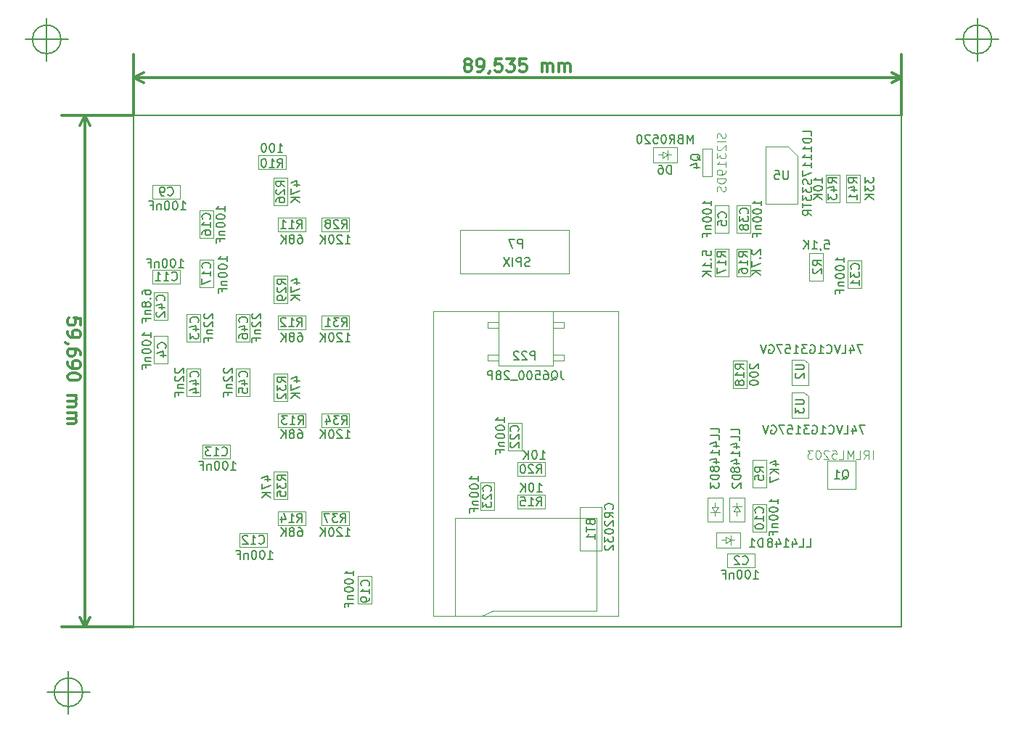
<source format=gbr>
G04 #@! TF.FileFunction,Other,Fab,Bot*
%FSLAX46Y46*%
G04 Gerber Fmt 4.6, Leading zero omitted, Abs format (unit mm)*
G04 Created by KiCad (PCBNEW 4.0.7) date 10/03/18 10:36:40*
%MOMM*%
%LPD*%
G01*
G04 APERTURE LIST*
%ADD10C,0.100000*%
%ADD11C,0.200000*%
%ADD12C,0.300000*%
%ADD13C,0.120000*%
%ADD14C,0.150000*%
G04 APERTURE END LIST*
D10*
D11*
X131684186Y-52989480D02*
G75*
G03X131684186Y-52989480I-1666666J0D01*
G01*
X127517520Y-52989480D02*
X132517520Y-52989480D01*
X130017520Y-50489480D02*
X130017520Y-55489480D01*
X240269186Y-52989480D02*
G75*
G03X240269186Y-52989480I-1666666J0D01*
G01*
X236102520Y-52989480D02*
X241102520Y-52989480D01*
X238602520Y-50489480D02*
X238602520Y-55489480D01*
X134224186Y-129189480D02*
G75*
G03X134224186Y-129189480I-1666666J0D01*
G01*
X130057520Y-129189480D02*
X135057520Y-129189480D01*
X132557520Y-126689480D02*
X132557520Y-131689480D01*
X140177520Y-61879480D02*
X140177520Y-121569480D01*
X229712520Y-61879480D02*
X140177520Y-61879480D01*
X229712520Y-121569480D02*
X229712520Y-61879480D01*
X140177520Y-121569480D02*
X229712520Y-121569480D01*
D12*
X179016450Y-55905910D02*
X178873592Y-55834481D01*
X178802164Y-55763052D01*
X178730735Y-55620195D01*
X178730735Y-55548767D01*
X178802164Y-55405910D01*
X178873592Y-55334481D01*
X179016450Y-55263052D01*
X179302164Y-55263052D01*
X179445021Y-55334481D01*
X179516450Y-55405910D01*
X179587878Y-55548767D01*
X179587878Y-55620195D01*
X179516450Y-55763052D01*
X179445021Y-55834481D01*
X179302164Y-55905910D01*
X179016450Y-55905910D01*
X178873592Y-55977338D01*
X178802164Y-56048767D01*
X178730735Y-56191624D01*
X178730735Y-56477338D01*
X178802164Y-56620195D01*
X178873592Y-56691624D01*
X179016450Y-56763052D01*
X179302164Y-56763052D01*
X179445021Y-56691624D01*
X179516450Y-56620195D01*
X179587878Y-56477338D01*
X179587878Y-56191624D01*
X179516450Y-56048767D01*
X179445021Y-55977338D01*
X179302164Y-55905910D01*
X180302163Y-56763052D02*
X180587878Y-56763052D01*
X180730735Y-56691624D01*
X180802163Y-56620195D01*
X180945021Y-56405910D01*
X181016449Y-56120195D01*
X181016449Y-55548767D01*
X180945021Y-55405910D01*
X180873592Y-55334481D01*
X180730735Y-55263052D01*
X180445021Y-55263052D01*
X180302163Y-55334481D01*
X180230735Y-55405910D01*
X180159306Y-55548767D01*
X180159306Y-55905910D01*
X180230735Y-56048767D01*
X180302163Y-56120195D01*
X180445021Y-56191624D01*
X180730735Y-56191624D01*
X180873592Y-56120195D01*
X180945021Y-56048767D01*
X181016449Y-55905910D01*
X181730734Y-56691624D02*
X181730734Y-56763052D01*
X181659306Y-56905910D01*
X181587877Y-56977338D01*
X183087878Y-55263052D02*
X182373592Y-55263052D01*
X182302163Y-55977338D01*
X182373592Y-55905910D01*
X182516449Y-55834481D01*
X182873592Y-55834481D01*
X183016449Y-55905910D01*
X183087878Y-55977338D01*
X183159306Y-56120195D01*
X183159306Y-56477338D01*
X183087878Y-56620195D01*
X183016449Y-56691624D01*
X182873592Y-56763052D01*
X182516449Y-56763052D01*
X182373592Y-56691624D01*
X182302163Y-56620195D01*
X183659306Y-55263052D02*
X184587877Y-55263052D01*
X184087877Y-55834481D01*
X184302163Y-55834481D01*
X184445020Y-55905910D01*
X184516449Y-55977338D01*
X184587877Y-56120195D01*
X184587877Y-56477338D01*
X184516449Y-56620195D01*
X184445020Y-56691624D01*
X184302163Y-56763052D01*
X183873591Y-56763052D01*
X183730734Y-56691624D01*
X183659306Y-56620195D01*
X185945020Y-55263052D02*
X185230734Y-55263052D01*
X185159305Y-55977338D01*
X185230734Y-55905910D01*
X185373591Y-55834481D01*
X185730734Y-55834481D01*
X185873591Y-55905910D01*
X185945020Y-55977338D01*
X186016448Y-56120195D01*
X186016448Y-56477338D01*
X185945020Y-56620195D01*
X185873591Y-56691624D01*
X185730734Y-56763052D01*
X185373591Y-56763052D01*
X185230734Y-56691624D01*
X185159305Y-56620195D01*
X187802162Y-56763052D02*
X187802162Y-55763052D01*
X187802162Y-55905910D02*
X187873590Y-55834481D01*
X188016448Y-55763052D01*
X188230733Y-55763052D01*
X188373590Y-55834481D01*
X188445019Y-55977338D01*
X188445019Y-56763052D01*
X188445019Y-55977338D02*
X188516448Y-55834481D01*
X188659305Y-55763052D01*
X188873590Y-55763052D01*
X189016448Y-55834481D01*
X189087876Y-55977338D01*
X189087876Y-56763052D01*
X189802162Y-56763052D02*
X189802162Y-55763052D01*
X189802162Y-55905910D02*
X189873590Y-55834481D01*
X190016448Y-55763052D01*
X190230733Y-55763052D01*
X190373590Y-55834481D01*
X190445019Y-55977338D01*
X190445019Y-56763052D01*
X190445019Y-55977338D02*
X190516448Y-55834481D01*
X190659305Y-55763052D01*
X190873590Y-55763052D01*
X191016448Y-55834481D01*
X191087876Y-55977338D01*
X191087876Y-56763052D01*
X229712520Y-57434481D02*
X140177520Y-57434481D01*
X229712520Y-61879480D02*
X229712520Y-54734481D01*
X140177520Y-61879480D02*
X140177520Y-54734481D01*
X140177520Y-57434481D02*
X141304024Y-56848060D01*
X140177520Y-57434481D02*
X141304024Y-58020902D01*
X229712520Y-57434481D02*
X228586016Y-56848060D01*
X229712520Y-57434481D02*
X228586016Y-58020902D01*
X133933950Y-86295910D02*
X133933950Y-85581624D01*
X133219664Y-85510195D01*
X133291092Y-85581624D01*
X133362521Y-85724481D01*
X133362521Y-86081624D01*
X133291092Y-86224481D01*
X133219664Y-86295910D01*
X133076807Y-86367338D01*
X132719664Y-86367338D01*
X132576807Y-86295910D01*
X132505378Y-86224481D01*
X132433950Y-86081624D01*
X132433950Y-85724481D01*
X132505378Y-85581624D01*
X132576807Y-85510195D01*
X132433950Y-87081623D02*
X132433950Y-87367338D01*
X132505378Y-87510195D01*
X132576807Y-87581623D01*
X132791092Y-87724481D01*
X133076807Y-87795909D01*
X133648235Y-87795909D01*
X133791092Y-87724481D01*
X133862521Y-87653052D01*
X133933950Y-87510195D01*
X133933950Y-87224481D01*
X133862521Y-87081623D01*
X133791092Y-87010195D01*
X133648235Y-86938766D01*
X133291092Y-86938766D01*
X133148235Y-87010195D01*
X133076807Y-87081623D01*
X133005378Y-87224481D01*
X133005378Y-87510195D01*
X133076807Y-87653052D01*
X133148235Y-87724481D01*
X133291092Y-87795909D01*
X132505378Y-88510194D02*
X132433950Y-88510194D01*
X132291092Y-88438766D01*
X132219664Y-88367337D01*
X133933950Y-89795909D02*
X133933950Y-89510195D01*
X133862521Y-89367338D01*
X133791092Y-89295909D01*
X133576807Y-89153052D01*
X133291092Y-89081623D01*
X132719664Y-89081623D01*
X132576807Y-89153052D01*
X132505378Y-89224480D01*
X132433950Y-89367338D01*
X132433950Y-89653052D01*
X132505378Y-89795909D01*
X132576807Y-89867338D01*
X132719664Y-89938766D01*
X133076807Y-89938766D01*
X133219664Y-89867338D01*
X133291092Y-89795909D01*
X133362521Y-89653052D01*
X133362521Y-89367338D01*
X133291092Y-89224480D01*
X133219664Y-89153052D01*
X133076807Y-89081623D01*
X132433950Y-90653051D02*
X132433950Y-90938766D01*
X132505378Y-91081623D01*
X132576807Y-91153051D01*
X132791092Y-91295909D01*
X133076807Y-91367337D01*
X133648235Y-91367337D01*
X133791092Y-91295909D01*
X133862521Y-91224480D01*
X133933950Y-91081623D01*
X133933950Y-90795909D01*
X133862521Y-90653051D01*
X133791092Y-90581623D01*
X133648235Y-90510194D01*
X133291092Y-90510194D01*
X133148235Y-90581623D01*
X133076807Y-90653051D01*
X133005378Y-90795909D01*
X133005378Y-91081623D01*
X133076807Y-91224480D01*
X133148235Y-91295909D01*
X133291092Y-91367337D01*
X133933950Y-92295908D02*
X133933950Y-92438765D01*
X133862521Y-92581622D01*
X133791092Y-92653051D01*
X133648235Y-92724480D01*
X133362521Y-92795908D01*
X133005378Y-92795908D01*
X132719664Y-92724480D01*
X132576807Y-92653051D01*
X132505378Y-92581622D01*
X132433950Y-92438765D01*
X132433950Y-92295908D01*
X132505378Y-92153051D01*
X132576807Y-92081622D01*
X132719664Y-92010194D01*
X133005378Y-91938765D01*
X133362521Y-91938765D01*
X133648235Y-92010194D01*
X133791092Y-92081622D01*
X133862521Y-92153051D01*
X133933950Y-92295908D01*
X132433950Y-94581622D02*
X133433950Y-94581622D01*
X133291092Y-94581622D02*
X133362521Y-94653050D01*
X133433950Y-94795908D01*
X133433950Y-95010193D01*
X133362521Y-95153050D01*
X133219664Y-95224479D01*
X132433950Y-95224479D01*
X133219664Y-95224479D02*
X133362521Y-95295908D01*
X133433950Y-95438765D01*
X133433950Y-95653050D01*
X133362521Y-95795908D01*
X133219664Y-95867336D01*
X132433950Y-95867336D01*
X132433950Y-96581622D02*
X133433950Y-96581622D01*
X133291092Y-96581622D02*
X133362521Y-96653050D01*
X133433950Y-96795908D01*
X133433950Y-97010193D01*
X133362521Y-97153050D01*
X133219664Y-97224479D01*
X132433950Y-97224479D01*
X133219664Y-97224479D02*
X133362521Y-97295908D01*
X133433950Y-97438765D01*
X133433950Y-97653050D01*
X133362521Y-97795908D01*
X133219664Y-97867336D01*
X132433950Y-97867336D01*
X134462521Y-61879480D02*
X134462521Y-121569480D01*
X140177520Y-61879480D02*
X131762521Y-61879480D01*
X140177520Y-121569480D02*
X131762521Y-121569480D01*
X134462521Y-121569480D02*
X133876100Y-120442976D01*
X134462521Y-121569480D02*
X135048942Y-120442976D01*
X134462521Y-61879480D02*
X133876100Y-63005984D01*
X134462521Y-61879480D02*
X135048942Y-63005984D01*
D13*
X206556520Y-68940480D02*
X206556520Y-65740480D01*
X206556520Y-65740480D02*
X207656520Y-65740480D01*
X207656520Y-65740480D02*
X207656520Y-68940480D01*
X207656520Y-68940480D02*
X206556520Y-68940480D01*
D10*
X209443520Y-113022480D02*
X209443520Y-114622480D01*
X212643520Y-113022480D02*
X209443520Y-113022480D01*
X212643520Y-114622480D02*
X212643520Y-113022480D01*
X209443520Y-114622480D02*
X212643520Y-114622480D01*
X207995520Y-107603480D02*
X207995520Y-107103480D01*
X207595520Y-107603480D02*
X207995520Y-108203480D01*
X208395520Y-107603480D02*
X207595520Y-107603480D01*
X207995520Y-108203480D02*
X208395520Y-107603480D01*
X207995520Y-108203480D02*
X207445520Y-108203480D01*
X207995520Y-108203480D02*
X208545520Y-108203480D01*
X207995520Y-108603480D02*
X207995520Y-108203480D01*
X207095520Y-109253480D02*
X208895520Y-109253480D01*
X207095520Y-106453480D02*
X207095520Y-109253480D01*
X208895520Y-106453480D02*
X207095520Y-106453480D01*
X208895520Y-109253480D02*
X208895520Y-106453480D01*
X210535520Y-108103480D02*
X210535520Y-108603480D01*
X210935520Y-108103480D02*
X210535520Y-107503480D01*
X210135520Y-108103480D02*
X210935520Y-108103480D01*
X210535520Y-107503480D02*
X210135520Y-108103480D01*
X210535520Y-107503480D02*
X211085520Y-107503480D01*
X210535520Y-107503480D02*
X209985520Y-107503480D01*
X210535520Y-107103480D02*
X210535520Y-107503480D01*
X211435520Y-106453480D02*
X209635520Y-106453480D01*
X211435520Y-109253480D02*
X211435520Y-106453480D01*
X209635520Y-109253480D02*
X211435520Y-109253480D01*
X209635520Y-106453480D02*
X209635520Y-109253480D01*
D13*
X218901520Y-97161480D02*
X216901520Y-97161480D01*
X216901520Y-97161480D02*
X216901520Y-94161480D01*
X216901520Y-94161480D02*
X218401520Y-94161480D01*
X218401520Y-94161480D02*
X218901520Y-94661480D01*
X218901520Y-94661480D02*
X218901520Y-97161480D01*
X218901520Y-93351480D02*
X216901520Y-93351480D01*
X216901520Y-93351480D02*
X216901520Y-90351480D01*
X216901520Y-90351480D02*
X218401520Y-90351480D01*
X218401520Y-90351480D02*
X218901520Y-90851480D01*
X218901520Y-90851480D02*
X218901520Y-93351480D01*
D10*
X211716520Y-90505480D02*
X210116520Y-90505480D01*
X211716520Y-93705480D02*
X211716520Y-90505480D01*
X210116520Y-93705480D02*
X211716520Y-93705480D01*
X210116520Y-90505480D02*
X210116520Y-93705480D01*
X154706520Y-66540480D02*
X154706520Y-68140480D01*
X157906520Y-66540480D02*
X154706520Y-66540480D01*
X157906520Y-68140480D02*
X157906520Y-66540480D01*
X154706520Y-68140480D02*
X157906520Y-68140480D01*
X219006520Y-81132480D02*
X220606520Y-81132480D01*
X219006520Y-77932480D02*
X219006520Y-81132480D01*
X220606520Y-77932480D02*
X219006520Y-77932480D01*
X220606520Y-81132480D02*
X220606520Y-77932480D01*
D13*
X224378520Y-105440480D02*
X221076520Y-105440480D01*
X221076520Y-105440480D02*
X221076520Y-102138480D01*
X221076520Y-102138480D02*
X224378520Y-102138480D01*
X224378520Y-102138480D02*
X224378520Y-105440480D01*
D10*
X209269520Y-111409480D02*
X208769520Y-111409480D01*
X209269520Y-111809480D02*
X209869520Y-111409480D01*
X209269520Y-111009480D02*
X209269520Y-111809480D01*
X209869520Y-111409480D02*
X209269520Y-111009480D01*
X209869520Y-111409480D02*
X209869520Y-111959480D01*
X209869520Y-111409480D02*
X209869520Y-110859480D01*
X210269520Y-111409480D02*
X209869520Y-111409480D01*
X210919520Y-112309480D02*
X210919520Y-110509480D01*
X208119520Y-112309480D02*
X210919520Y-112309480D01*
X208119520Y-110509480D02*
X208119520Y-112309480D01*
X210919520Y-110509480D02*
X208119520Y-110509480D01*
X212402520Y-110469480D02*
X214002520Y-110469480D01*
X212402520Y-107269480D02*
X212402520Y-110469480D01*
X214002520Y-107269480D02*
X212402520Y-107269480D01*
X214002520Y-110469480D02*
X214002520Y-107269480D01*
X212402520Y-105262480D02*
X214002520Y-105262480D01*
X212402520Y-102062480D02*
X212402520Y-105262480D01*
X214002520Y-102062480D02*
X212402520Y-102062480D01*
X214002520Y-105262480D02*
X214002520Y-102062480D01*
X225051520Y-78821480D02*
X223451520Y-78821480D01*
X225051520Y-82021480D02*
X225051520Y-78821480D01*
X223451520Y-82021480D02*
X225051520Y-82021480D01*
X223451520Y-78821480D02*
X223451520Y-82021480D01*
X223324520Y-71988480D02*
X224924520Y-71988480D01*
X223324520Y-68788480D02*
X223324520Y-71988480D01*
X224924520Y-68788480D02*
X223324520Y-68788480D01*
X224924520Y-71988480D02*
X224924520Y-68788480D01*
X222511520Y-68788480D02*
X220911520Y-68788480D01*
X222511520Y-71988480D02*
X222511520Y-68788480D01*
X220911520Y-71988480D02*
X222511520Y-71988480D01*
X220911520Y-68788480D02*
X220911520Y-71988480D01*
X210497520Y-80624480D02*
X212097520Y-80624480D01*
X210497520Y-77424480D02*
X210497520Y-80624480D01*
X212097520Y-77424480D02*
X210497520Y-77424480D01*
X212097520Y-80624480D02*
X212097520Y-77424480D01*
X207957520Y-80624480D02*
X209557520Y-80624480D01*
X207957520Y-77424480D02*
X207957520Y-80624480D01*
X209557520Y-77424480D02*
X207957520Y-77424480D01*
X209557520Y-80624480D02*
X209557520Y-77424480D01*
X212097520Y-72344480D02*
X210497520Y-72344480D01*
X212097520Y-75544480D02*
X212097520Y-72344480D01*
X210497520Y-75544480D02*
X212097520Y-75544480D01*
X210497520Y-72344480D02*
X210497520Y-75544480D01*
X209557520Y-72344480D02*
X207957520Y-72344480D01*
X209557520Y-75544480D02*
X209557520Y-72344480D01*
X207957520Y-75544480D02*
X209557520Y-75544480D01*
X207957520Y-72344480D02*
X207957520Y-75544480D01*
X217592520Y-66564480D02*
X216542520Y-65514480D01*
X217592520Y-66564480D02*
X217592520Y-72214480D01*
X216542520Y-65514480D02*
X213892520Y-65514480D01*
X217592520Y-72214480D02*
X213892520Y-72214480D01*
X213892520Y-65514480D02*
X213892520Y-72214480D01*
X201903520Y-66451480D02*
X201403520Y-66451480D01*
X201903520Y-66851480D02*
X202503520Y-66451480D01*
X201903520Y-66051480D02*
X201903520Y-66851480D01*
X202503520Y-66451480D02*
X201903520Y-66051480D01*
X202503520Y-66451480D02*
X202503520Y-67001480D01*
X202503520Y-66451480D02*
X202503520Y-65901480D01*
X202903520Y-66451480D02*
X202503520Y-66451480D01*
X203553520Y-67351480D02*
X203553520Y-65551480D01*
X200753520Y-67351480D02*
X203553520Y-67351480D01*
X200753520Y-65551480D02*
X200753520Y-67351480D01*
X203553520Y-65551480D02*
X200753520Y-65551480D01*
X178277520Y-75214480D02*
X190977520Y-75214480D01*
X190977520Y-75214480D02*
X190977520Y-80294480D01*
X190977520Y-80294480D02*
X178277520Y-80294480D01*
X178277520Y-80294480D02*
X178277520Y-75214480D01*
D13*
X194152520Y-108869480D02*
X194152520Y-119664480D01*
X194152520Y-119664480D02*
X182722520Y-119664480D01*
X182722520Y-119664480D02*
X182087520Y-119664480D01*
X182087520Y-119664480D02*
X180817520Y-120299480D01*
X194152520Y-108869480D02*
X177642520Y-108869480D01*
X177642520Y-108869480D02*
X177642520Y-120299480D01*
X189072520Y-89819480D02*
X190342520Y-89819480D01*
X190342520Y-89819480D02*
X190342520Y-90454480D01*
X190342520Y-90454480D02*
X189072520Y-90454480D01*
X182722520Y-89819480D02*
X181452520Y-89819480D01*
X181452520Y-89819480D02*
X181452520Y-90454480D01*
X181452520Y-90454480D02*
X182722520Y-90454480D01*
X182722520Y-86009480D02*
X181452520Y-86009480D01*
X181452520Y-86009480D02*
X181452520Y-86644480D01*
X181452520Y-86644480D02*
X182722520Y-86644480D01*
X189072520Y-86009480D02*
X190342520Y-86009480D01*
X190342520Y-86009480D02*
X190342520Y-86644480D01*
X190342520Y-86644480D02*
X189072520Y-86644480D01*
X189072520Y-84739480D02*
X189072520Y-91089480D01*
X189072520Y-91089480D02*
X182722520Y-91089480D01*
X182722520Y-91089480D02*
X182722520Y-84739480D01*
X196692520Y-120299480D02*
X175102520Y-120299480D01*
X175102520Y-120299480D02*
X175102520Y-84739480D01*
X175102520Y-84739480D02*
X196692520Y-84739480D01*
X196692520Y-84739480D02*
X196692520Y-120299480D01*
D10*
X185427520Y-97744480D02*
X183827520Y-97744480D01*
X185427520Y-100944480D02*
X185427520Y-97744480D01*
X183827520Y-100944480D02*
X185427520Y-100944480D01*
X183827520Y-97744480D02*
X183827520Y-100944480D01*
X184932520Y-102354480D02*
X184932520Y-103954480D01*
X188132520Y-102354480D02*
X184932520Y-102354480D01*
X188132520Y-103954480D02*
X188132520Y-102354480D01*
X184932520Y-103954480D02*
X188132520Y-103954480D01*
X184932520Y-106164480D02*
X184932520Y-107764480D01*
X188132520Y-106164480D02*
X184932520Y-106164480D01*
X188132520Y-107764480D02*
X188132520Y-106164480D01*
X184932520Y-107764480D02*
X188132520Y-107764480D01*
X182252520Y-104729480D02*
X180652520Y-104729480D01*
X182252520Y-107929480D02*
X182252520Y-104729480D01*
X180652520Y-107929480D02*
X182252520Y-107929480D01*
X180652520Y-104729480D02*
X180652520Y-107929480D01*
X167901520Y-115651480D02*
X166301520Y-115651480D01*
X167901520Y-118851480D02*
X167901520Y-115651480D01*
X166301520Y-118851480D02*
X167901520Y-118851480D01*
X166301520Y-115651480D02*
X166301520Y-118851480D01*
X156522520Y-106659480D02*
X158122520Y-106659480D01*
X156522520Y-103459480D02*
X156522520Y-106659480D01*
X158122520Y-103459480D02*
X156522520Y-103459480D01*
X158122520Y-106659480D02*
X158122520Y-103459480D01*
X152547520Y-110609480D02*
X152547520Y-112209480D01*
X155747520Y-110609480D02*
X152547520Y-110609480D01*
X155747520Y-112209480D02*
X155747520Y-110609480D01*
X152547520Y-112209480D02*
X155747520Y-112209480D01*
X151429520Y-101922480D02*
X151429520Y-100322480D01*
X148229520Y-101922480D02*
X151429520Y-101922480D01*
X148229520Y-100322480D02*
X148229520Y-101922480D01*
X151429520Y-100322480D02*
X148229520Y-100322480D01*
X162072520Y-96639480D02*
X162072520Y-98239480D01*
X165272520Y-96639480D02*
X162072520Y-96639480D01*
X165272520Y-98239480D02*
X165272520Y-96639480D01*
X162072520Y-98239480D02*
X165272520Y-98239480D01*
X156522520Y-95229480D02*
X158122520Y-95229480D01*
X156522520Y-92029480D02*
X156522520Y-95229480D01*
X158122520Y-92029480D02*
X156522520Y-92029480D01*
X158122520Y-95229480D02*
X158122520Y-92029480D01*
X152077520Y-94594480D02*
X153677520Y-94594480D01*
X152077520Y-91394480D02*
X152077520Y-94594480D01*
X153677520Y-91394480D02*
X152077520Y-91394480D01*
X153677520Y-94594480D02*
X153677520Y-91394480D01*
X146362520Y-94594480D02*
X147962520Y-94594480D01*
X146362520Y-91394480D02*
X146362520Y-94594480D01*
X147962520Y-91394480D02*
X146362520Y-91394480D01*
X147962520Y-94594480D02*
X147962520Y-91394480D01*
X147962520Y-85044480D02*
X146362520Y-85044480D01*
X147962520Y-88244480D02*
X147962520Y-85044480D01*
X146362520Y-88244480D02*
X147962520Y-88244480D01*
X146362520Y-85044480D02*
X146362520Y-88244480D01*
X153677520Y-85044480D02*
X152077520Y-85044480D01*
X153677520Y-88244480D02*
X153677520Y-85044480D01*
X152077520Y-88244480D02*
X153677520Y-88244480D01*
X152077520Y-85044480D02*
X152077520Y-88244480D01*
X162072520Y-85209480D02*
X162072520Y-86809480D01*
X165272520Y-85209480D02*
X162072520Y-85209480D01*
X165272520Y-86809480D02*
X165272520Y-85209480D01*
X162072520Y-86809480D02*
X165272520Y-86809480D01*
X156522520Y-83799480D02*
X158122520Y-83799480D01*
X156522520Y-80599480D02*
X156522520Y-83799480D01*
X158122520Y-80599480D02*
X156522520Y-80599480D01*
X158122520Y-83799480D02*
X158122520Y-80599480D01*
X156992520Y-73779480D02*
X156992520Y-75379480D01*
X160192520Y-73779480D02*
X156992520Y-73779480D01*
X160192520Y-75379480D02*
X160192520Y-73779480D01*
X156992520Y-75379480D02*
X160192520Y-75379480D01*
X162072520Y-73779480D02*
X162072520Y-75379480D01*
X165272520Y-73779480D02*
X162072520Y-73779480D01*
X165272520Y-75379480D02*
X165272520Y-73779480D01*
X162072520Y-75379480D02*
X165272520Y-75379480D01*
X145587520Y-81475480D02*
X145587520Y-79875480D01*
X142387520Y-81475480D02*
X145587520Y-81475480D01*
X142387520Y-79875480D02*
X142387520Y-81475480D01*
X145587520Y-79875480D02*
X142387520Y-79875480D01*
X142552520Y-85704480D02*
X144152520Y-85704480D01*
X142552520Y-82504480D02*
X142552520Y-85704480D01*
X144152520Y-82504480D02*
X142552520Y-82504480D01*
X144152520Y-85704480D02*
X144152520Y-82504480D01*
X149486520Y-78694480D02*
X147886520Y-78694480D01*
X149486520Y-81894480D02*
X149486520Y-78694480D01*
X147886520Y-81894480D02*
X149486520Y-81894480D01*
X147886520Y-78694480D02*
X147886520Y-81894480D01*
X147886520Y-76179480D02*
X149486520Y-76179480D01*
X147886520Y-72979480D02*
X147886520Y-76179480D01*
X149486520Y-72979480D02*
X147886520Y-72979480D01*
X149486520Y-76179480D02*
X149486520Y-72979480D01*
X156522520Y-72369480D02*
X158122520Y-72369480D01*
X156522520Y-69169480D02*
X156522520Y-72369480D01*
X158122520Y-69169480D02*
X156522520Y-69169480D01*
X158122520Y-72369480D02*
X158122520Y-69169480D01*
X145587520Y-71569480D02*
X145587520Y-69969480D01*
X142387520Y-71569480D02*
X145587520Y-71569480D01*
X142387520Y-69969480D02*
X142387520Y-71569480D01*
X145587520Y-69969480D02*
X142387520Y-69969480D01*
X156992520Y-85209480D02*
X156992520Y-86809480D01*
X160192520Y-85209480D02*
X156992520Y-85209480D01*
X160192520Y-86809480D02*
X160192520Y-85209480D01*
X156992520Y-86809480D02*
X160192520Y-86809480D01*
X156992520Y-96639480D02*
X156992520Y-98239480D01*
X160192520Y-96639480D02*
X156992520Y-96639480D01*
X160192520Y-98239480D02*
X160192520Y-96639480D01*
X156992520Y-98239480D02*
X160192520Y-98239480D01*
X162072520Y-108069480D02*
X162072520Y-109669480D01*
X165272520Y-108069480D02*
X162072520Y-108069480D01*
X165272520Y-109669480D02*
X165272520Y-108069480D01*
X162072520Y-109669480D02*
X165272520Y-109669480D01*
X156992520Y-108069480D02*
X156992520Y-109669480D01*
X160192520Y-108069480D02*
X156992520Y-108069480D01*
X160192520Y-109669480D02*
X160192520Y-108069480D01*
X156992520Y-109669480D02*
X160192520Y-109669480D01*
X194787520Y-107599480D02*
X194787520Y-112679480D01*
X194787520Y-112679480D02*
X192247520Y-112679480D01*
X192247520Y-112679480D02*
X192247520Y-107599480D01*
X192247520Y-107599480D02*
X194787520Y-107599480D01*
X142552520Y-90784480D02*
X144152520Y-90784480D01*
X142552520Y-87584480D02*
X142552520Y-90784480D01*
X144152520Y-87584480D02*
X142552520Y-87584480D01*
X144152520Y-90784480D02*
X144152520Y-87584480D01*
X209162282Y-63935718D02*
X209209901Y-64078575D01*
X209209901Y-64316671D01*
X209162282Y-64411909D01*
X209114663Y-64459528D01*
X209019425Y-64507147D01*
X208924187Y-64507147D01*
X208828949Y-64459528D01*
X208781330Y-64411909D01*
X208733710Y-64316671D01*
X208686091Y-64126194D01*
X208638472Y-64030956D01*
X208590853Y-63983337D01*
X208495615Y-63935718D01*
X208400377Y-63935718D01*
X208305139Y-63983337D01*
X208257520Y-64030956D01*
X208209901Y-64126194D01*
X208209901Y-64364290D01*
X208257520Y-64507147D01*
X209209901Y-64935718D02*
X208209901Y-64935718D01*
X208305139Y-65364289D02*
X208257520Y-65411908D01*
X208209901Y-65507146D01*
X208209901Y-65745242D01*
X208257520Y-65840480D01*
X208305139Y-65888099D01*
X208400377Y-65935718D01*
X208495615Y-65935718D01*
X208638472Y-65888099D01*
X209209901Y-65316670D01*
X209209901Y-65935718D01*
X208209901Y-66269051D02*
X208209901Y-66888099D01*
X208590853Y-66554765D01*
X208590853Y-66697623D01*
X208638472Y-66792861D01*
X208686091Y-66840480D01*
X208781330Y-66888099D01*
X209019425Y-66888099D01*
X209114663Y-66840480D01*
X209162282Y-66792861D01*
X209209901Y-66697623D01*
X209209901Y-66411908D01*
X209162282Y-66316670D01*
X209114663Y-66269051D01*
X209209901Y-67840480D02*
X209209901Y-67269051D01*
X209209901Y-67554765D02*
X208209901Y-67554765D01*
X208352758Y-67459527D01*
X208447996Y-67364289D01*
X208495615Y-67269051D01*
X209209901Y-68316670D02*
X209209901Y-68507146D01*
X209162282Y-68602385D01*
X209114663Y-68650004D01*
X208971806Y-68745242D01*
X208781330Y-68792861D01*
X208400377Y-68792861D01*
X208305139Y-68745242D01*
X208257520Y-68697623D01*
X208209901Y-68602385D01*
X208209901Y-68411908D01*
X208257520Y-68316670D01*
X208305139Y-68269051D01*
X208400377Y-68221432D01*
X208638472Y-68221432D01*
X208733710Y-68269051D01*
X208781330Y-68316670D01*
X208828949Y-68411908D01*
X208828949Y-68602385D01*
X208781330Y-68697623D01*
X208733710Y-68745242D01*
X208638472Y-68792861D01*
X209209901Y-69221432D02*
X208209901Y-69221432D01*
X208209901Y-69459527D01*
X208257520Y-69602385D01*
X208352758Y-69697623D01*
X208447996Y-69745242D01*
X208638472Y-69792861D01*
X208781330Y-69792861D01*
X208971806Y-69745242D01*
X209067044Y-69697623D01*
X209162282Y-69602385D01*
X209209901Y-69459527D01*
X209209901Y-69221432D01*
X209162282Y-70173813D02*
X209209901Y-70316670D01*
X209209901Y-70554766D01*
X209162282Y-70650004D01*
X209114663Y-70697623D01*
X209019425Y-70745242D01*
X208924187Y-70745242D01*
X208828949Y-70697623D01*
X208781330Y-70650004D01*
X208733710Y-70554766D01*
X208686091Y-70364289D01*
X208638472Y-70269051D01*
X208590853Y-70221432D01*
X208495615Y-70173813D01*
X208400377Y-70173813D01*
X208305139Y-70221432D01*
X208257520Y-70269051D01*
X208209901Y-70364289D01*
X208209901Y-70602385D01*
X208257520Y-70745242D01*
D14*
X206257139Y-67118242D02*
X206209520Y-67023004D01*
X206114282Y-66927766D01*
X205971425Y-66784909D01*
X205923806Y-66689670D01*
X205923806Y-66594432D01*
X206161901Y-66642051D02*
X206114282Y-66546813D01*
X206019044Y-66451575D01*
X205828568Y-66403956D01*
X205495234Y-66403956D01*
X205304758Y-66451575D01*
X205209520Y-66546813D01*
X205161901Y-66642051D01*
X205161901Y-66832528D01*
X205209520Y-66927766D01*
X205304758Y-67023004D01*
X205495234Y-67070623D01*
X205828568Y-67070623D01*
X206019044Y-67023004D01*
X206114282Y-66927766D01*
X206161901Y-66832528D01*
X206161901Y-66642051D01*
X205495234Y-67927766D02*
X206161901Y-67927766D01*
X205114282Y-67689670D02*
X205828568Y-67451575D01*
X205828568Y-68070623D01*
X212464139Y-115925861D02*
X213035568Y-115925861D01*
X212749854Y-115925861D02*
X212749854Y-114925861D01*
X212845092Y-115068718D01*
X212940330Y-115163956D01*
X213035568Y-115211575D01*
X211845092Y-114925861D02*
X211749853Y-114925861D01*
X211654615Y-114973480D01*
X211606996Y-115021099D01*
X211559377Y-115116337D01*
X211511758Y-115306813D01*
X211511758Y-115544909D01*
X211559377Y-115735385D01*
X211606996Y-115830623D01*
X211654615Y-115878242D01*
X211749853Y-115925861D01*
X211845092Y-115925861D01*
X211940330Y-115878242D01*
X211987949Y-115830623D01*
X212035568Y-115735385D01*
X212083187Y-115544909D01*
X212083187Y-115306813D01*
X212035568Y-115116337D01*
X211987949Y-115021099D01*
X211940330Y-114973480D01*
X211845092Y-114925861D01*
X210892711Y-114925861D02*
X210797472Y-114925861D01*
X210702234Y-114973480D01*
X210654615Y-115021099D01*
X210606996Y-115116337D01*
X210559377Y-115306813D01*
X210559377Y-115544909D01*
X210606996Y-115735385D01*
X210654615Y-115830623D01*
X210702234Y-115878242D01*
X210797472Y-115925861D01*
X210892711Y-115925861D01*
X210987949Y-115878242D01*
X211035568Y-115830623D01*
X211083187Y-115735385D01*
X211130806Y-115544909D01*
X211130806Y-115306813D01*
X211083187Y-115116337D01*
X211035568Y-115021099D01*
X210987949Y-114973480D01*
X210892711Y-114925861D01*
X210130806Y-115259194D02*
X210130806Y-115925861D01*
X210130806Y-115354432D02*
X210083187Y-115306813D01*
X209987949Y-115259194D01*
X209845091Y-115259194D01*
X209749853Y-115306813D01*
X209702234Y-115402051D01*
X209702234Y-115925861D01*
X208892710Y-115402051D02*
X209226044Y-115402051D01*
X209226044Y-115925861D02*
X209226044Y-114925861D01*
X208749853Y-114925861D01*
X211210186Y-114179623D02*
X211257805Y-114227242D01*
X211400662Y-114274861D01*
X211495900Y-114274861D01*
X211638758Y-114227242D01*
X211733996Y-114132004D01*
X211781615Y-114036766D01*
X211829234Y-113846290D01*
X211829234Y-113703432D01*
X211781615Y-113512956D01*
X211733996Y-113417718D01*
X211638758Y-113322480D01*
X211495900Y-113274861D01*
X211400662Y-113274861D01*
X211257805Y-113322480D01*
X211210186Y-113370099D01*
X210829234Y-113370099D02*
X210781615Y-113322480D01*
X210686377Y-113274861D01*
X210448281Y-113274861D01*
X210353043Y-113322480D01*
X210305424Y-113370099D01*
X210257805Y-113465337D01*
X210257805Y-113560575D01*
X210305424Y-113703432D01*
X210876853Y-114274861D01*
X210257805Y-114274861D01*
X208447901Y-98868480D02*
X208447901Y-98392289D01*
X207447901Y-98392289D01*
X208447901Y-99678004D02*
X208447901Y-99201813D01*
X207447901Y-99201813D01*
X207781234Y-100439909D02*
X208447901Y-100439909D01*
X207400282Y-100201813D02*
X208114568Y-99963718D01*
X208114568Y-100582766D01*
X208447901Y-101487528D02*
X208447901Y-100916099D01*
X208447901Y-101201813D02*
X207447901Y-101201813D01*
X207590758Y-101106575D01*
X207685996Y-101011337D01*
X207733615Y-100916099D01*
X207781234Y-102344671D02*
X208447901Y-102344671D01*
X207400282Y-102106575D02*
X208114568Y-101868480D01*
X208114568Y-102487528D01*
X207876472Y-103011337D02*
X207828853Y-102916099D01*
X207781234Y-102868480D01*
X207685996Y-102820861D01*
X207638377Y-102820861D01*
X207543139Y-102868480D01*
X207495520Y-102916099D01*
X207447901Y-103011337D01*
X207447901Y-103201814D01*
X207495520Y-103297052D01*
X207543139Y-103344671D01*
X207638377Y-103392290D01*
X207685996Y-103392290D01*
X207781234Y-103344671D01*
X207828853Y-103297052D01*
X207876472Y-103201814D01*
X207876472Y-103011337D01*
X207924091Y-102916099D01*
X207971710Y-102868480D01*
X208066949Y-102820861D01*
X208257425Y-102820861D01*
X208352663Y-102868480D01*
X208400282Y-102916099D01*
X208447901Y-103011337D01*
X208447901Y-103201814D01*
X208400282Y-103297052D01*
X208352663Y-103344671D01*
X208257425Y-103392290D01*
X208066949Y-103392290D01*
X207971710Y-103344671D01*
X207924091Y-103297052D01*
X207876472Y-103201814D01*
X208447901Y-103813385D02*
X207447901Y-103813385D01*
X207447901Y-104051480D01*
X207495520Y-104194338D01*
X207590758Y-104289576D01*
X207685996Y-104337195D01*
X207876472Y-104384814D01*
X208019330Y-104384814D01*
X208209806Y-104337195D01*
X208305044Y-104289576D01*
X208400282Y-104194338D01*
X208447901Y-104051480D01*
X208447901Y-103813385D01*
X207447901Y-104718147D02*
X207447901Y-105337195D01*
X207828853Y-105003861D01*
X207828853Y-105146719D01*
X207876472Y-105241957D01*
X207924091Y-105289576D01*
X208019330Y-105337195D01*
X208257425Y-105337195D01*
X208352663Y-105289576D01*
X208400282Y-105241957D01*
X208447901Y-105146719D01*
X208447901Y-104861004D01*
X208400282Y-104765766D01*
X208352663Y-104718147D01*
X210860901Y-98995480D02*
X210860901Y-98519289D01*
X209860901Y-98519289D01*
X210860901Y-99805004D02*
X210860901Y-99328813D01*
X209860901Y-99328813D01*
X210194234Y-100566909D02*
X210860901Y-100566909D01*
X209813282Y-100328813D02*
X210527568Y-100090718D01*
X210527568Y-100709766D01*
X210860901Y-101614528D02*
X210860901Y-101043099D01*
X210860901Y-101328813D02*
X209860901Y-101328813D01*
X210003758Y-101233575D01*
X210098996Y-101138337D01*
X210146615Y-101043099D01*
X210194234Y-102471671D02*
X210860901Y-102471671D01*
X209813282Y-102233575D02*
X210527568Y-101995480D01*
X210527568Y-102614528D01*
X210289472Y-103138337D02*
X210241853Y-103043099D01*
X210194234Y-102995480D01*
X210098996Y-102947861D01*
X210051377Y-102947861D01*
X209956139Y-102995480D01*
X209908520Y-103043099D01*
X209860901Y-103138337D01*
X209860901Y-103328814D01*
X209908520Y-103424052D01*
X209956139Y-103471671D01*
X210051377Y-103519290D01*
X210098996Y-103519290D01*
X210194234Y-103471671D01*
X210241853Y-103424052D01*
X210289472Y-103328814D01*
X210289472Y-103138337D01*
X210337091Y-103043099D01*
X210384710Y-102995480D01*
X210479949Y-102947861D01*
X210670425Y-102947861D01*
X210765663Y-102995480D01*
X210813282Y-103043099D01*
X210860901Y-103138337D01*
X210860901Y-103328814D01*
X210813282Y-103424052D01*
X210765663Y-103471671D01*
X210670425Y-103519290D01*
X210479949Y-103519290D01*
X210384710Y-103471671D01*
X210337091Y-103424052D01*
X210289472Y-103328814D01*
X210987901Y-103813385D02*
X209987901Y-103813385D01*
X209987901Y-104051480D01*
X210035520Y-104194338D01*
X210130758Y-104289576D01*
X210225996Y-104337195D01*
X210416472Y-104384814D01*
X210559330Y-104384814D01*
X210749806Y-104337195D01*
X210845044Y-104289576D01*
X210940282Y-104194338D01*
X210987901Y-104051480D01*
X210987901Y-103813385D01*
X210083139Y-104765766D02*
X210035520Y-104813385D01*
X209987901Y-104908623D01*
X209987901Y-105146719D01*
X210035520Y-105241957D01*
X210083139Y-105289576D01*
X210178377Y-105337195D01*
X210273615Y-105337195D01*
X210416472Y-105289576D01*
X210987901Y-104718147D01*
X210987901Y-105337195D01*
X225504901Y-98034861D02*
X224838234Y-98034861D01*
X225266806Y-99034861D01*
X224028710Y-98368194D02*
X224028710Y-99034861D01*
X224266806Y-97987242D02*
X224504901Y-98701528D01*
X223885853Y-98701528D01*
X223028710Y-99034861D02*
X223504901Y-99034861D01*
X223504901Y-98034861D01*
X222838234Y-98034861D02*
X222504901Y-99034861D01*
X222171567Y-98034861D01*
X221266805Y-98939623D02*
X221314424Y-98987242D01*
X221457281Y-99034861D01*
X221552519Y-99034861D01*
X221695377Y-98987242D01*
X221790615Y-98892004D01*
X221838234Y-98796766D01*
X221885853Y-98606290D01*
X221885853Y-98463432D01*
X221838234Y-98272956D01*
X221790615Y-98177718D01*
X221695377Y-98082480D01*
X221552519Y-98034861D01*
X221457281Y-98034861D01*
X221314424Y-98082480D01*
X221266805Y-98130099D01*
X220314424Y-99034861D02*
X220885853Y-99034861D01*
X220600139Y-99034861D02*
X220600139Y-98034861D01*
X220695377Y-98177718D01*
X220790615Y-98272956D01*
X220885853Y-98320575D01*
X219362043Y-98082480D02*
X219457281Y-98034861D01*
X219600138Y-98034861D01*
X219742996Y-98082480D01*
X219838234Y-98177718D01*
X219885853Y-98272956D01*
X219933472Y-98463432D01*
X219933472Y-98606290D01*
X219885853Y-98796766D01*
X219838234Y-98892004D01*
X219742996Y-98987242D01*
X219600138Y-99034861D01*
X219504900Y-99034861D01*
X219362043Y-98987242D01*
X219314424Y-98939623D01*
X219314424Y-98606290D01*
X219504900Y-98606290D01*
X218981091Y-98034861D02*
X218362043Y-98034861D01*
X218695377Y-98415813D01*
X218552519Y-98415813D01*
X218457281Y-98463432D01*
X218409662Y-98511051D01*
X218362043Y-98606290D01*
X218362043Y-98844385D01*
X218409662Y-98939623D01*
X218457281Y-98987242D01*
X218552519Y-99034861D01*
X218838234Y-99034861D01*
X218933472Y-98987242D01*
X218981091Y-98939623D01*
X217409662Y-99034861D02*
X217981091Y-99034861D01*
X217695377Y-99034861D02*
X217695377Y-98034861D01*
X217790615Y-98177718D01*
X217885853Y-98272956D01*
X217981091Y-98320575D01*
X216504900Y-98034861D02*
X216981091Y-98034861D01*
X217028710Y-98511051D01*
X216981091Y-98463432D01*
X216885853Y-98415813D01*
X216647757Y-98415813D01*
X216552519Y-98463432D01*
X216504900Y-98511051D01*
X216457281Y-98606290D01*
X216457281Y-98844385D01*
X216504900Y-98939623D01*
X216552519Y-98987242D01*
X216647757Y-99034861D01*
X216885853Y-99034861D01*
X216981091Y-98987242D01*
X217028710Y-98939623D01*
X216123948Y-98034861D02*
X215457281Y-98034861D01*
X215885853Y-99034861D01*
X214552519Y-98082480D02*
X214647757Y-98034861D01*
X214790614Y-98034861D01*
X214933472Y-98082480D01*
X215028710Y-98177718D01*
X215076329Y-98272956D01*
X215123948Y-98463432D01*
X215123948Y-98606290D01*
X215076329Y-98796766D01*
X215028710Y-98892004D01*
X214933472Y-98987242D01*
X214790614Y-99034861D01*
X214695376Y-99034861D01*
X214552519Y-98987242D01*
X214504900Y-98939623D01*
X214504900Y-98606290D01*
X214695376Y-98606290D01*
X214219186Y-98034861D02*
X213885853Y-99034861D01*
X213552519Y-98034861D01*
X217353901Y-95026575D02*
X218163425Y-95026575D01*
X218258663Y-95074194D01*
X218306282Y-95121813D01*
X218353901Y-95217051D01*
X218353901Y-95407528D01*
X218306282Y-95502766D01*
X218258663Y-95550385D01*
X218163425Y-95598004D01*
X217353901Y-95598004D01*
X217353901Y-95978956D02*
X217353901Y-96598004D01*
X217734853Y-96264670D01*
X217734853Y-96407528D01*
X217782472Y-96502766D01*
X217830091Y-96550385D01*
X217925330Y-96598004D01*
X218163425Y-96598004D01*
X218258663Y-96550385D01*
X218306282Y-96502766D01*
X218353901Y-96407528D01*
X218353901Y-96121813D01*
X218306282Y-96026575D01*
X218258663Y-95978956D01*
X225250901Y-88636861D02*
X224584234Y-88636861D01*
X225012806Y-89636861D01*
X223774710Y-88970194D02*
X223774710Y-89636861D01*
X224012806Y-88589242D02*
X224250901Y-89303528D01*
X223631853Y-89303528D01*
X222774710Y-89636861D02*
X223250901Y-89636861D01*
X223250901Y-88636861D01*
X222584234Y-88636861D02*
X222250901Y-89636861D01*
X221917567Y-88636861D01*
X221012805Y-89541623D02*
X221060424Y-89589242D01*
X221203281Y-89636861D01*
X221298519Y-89636861D01*
X221441377Y-89589242D01*
X221536615Y-89494004D01*
X221584234Y-89398766D01*
X221631853Y-89208290D01*
X221631853Y-89065432D01*
X221584234Y-88874956D01*
X221536615Y-88779718D01*
X221441377Y-88684480D01*
X221298519Y-88636861D01*
X221203281Y-88636861D01*
X221060424Y-88684480D01*
X221012805Y-88732099D01*
X220060424Y-89636861D02*
X220631853Y-89636861D01*
X220346139Y-89636861D02*
X220346139Y-88636861D01*
X220441377Y-88779718D01*
X220536615Y-88874956D01*
X220631853Y-88922575D01*
X219108043Y-88684480D02*
X219203281Y-88636861D01*
X219346138Y-88636861D01*
X219488996Y-88684480D01*
X219584234Y-88779718D01*
X219631853Y-88874956D01*
X219679472Y-89065432D01*
X219679472Y-89208290D01*
X219631853Y-89398766D01*
X219584234Y-89494004D01*
X219488996Y-89589242D01*
X219346138Y-89636861D01*
X219250900Y-89636861D01*
X219108043Y-89589242D01*
X219060424Y-89541623D01*
X219060424Y-89208290D01*
X219250900Y-89208290D01*
X218727091Y-88636861D02*
X218108043Y-88636861D01*
X218441377Y-89017813D01*
X218298519Y-89017813D01*
X218203281Y-89065432D01*
X218155662Y-89113051D01*
X218108043Y-89208290D01*
X218108043Y-89446385D01*
X218155662Y-89541623D01*
X218203281Y-89589242D01*
X218298519Y-89636861D01*
X218584234Y-89636861D01*
X218679472Y-89589242D01*
X218727091Y-89541623D01*
X217155662Y-89636861D02*
X217727091Y-89636861D01*
X217441377Y-89636861D02*
X217441377Y-88636861D01*
X217536615Y-88779718D01*
X217631853Y-88874956D01*
X217727091Y-88922575D01*
X216250900Y-88636861D02*
X216727091Y-88636861D01*
X216774710Y-89113051D01*
X216727091Y-89065432D01*
X216631853Y-89017813D01*
X216393757Y-89017813D01*
X216298519Y-89065432D01*
X216250900Y-89113051D01*
X216203281Y-89208290D01*
X216203281Y-89446385D01*
X216250900Y-89541623D01*
X216298519Y-89589242D01*
X216393757Y-89636861D01*
X216631853Y-89636861D01*
X216727091Y-89589242D01*
X216774710Y-89541623D01*
X215869948Y-88636861D02*
X215203281Y-88636861D01*
X215631853Y-89636861D01*
X214298519Y-88684480D02*
X214393757Y-88636861D01*
X214536614Y-88636861D01*
X214679472Y-88684480D01*
X214774710Y-88779718D01*
X214822329Y-88874956D01*
X214869948Y-89065432D01*
X214869948Y-89208290D01*
X214822329Y-89398766D01*
X214774710Y-89494004D01*
X214679472Y-89589242D01*
X214536614Y-89636861D01*
X214441376Y-89636861D01*
X214298519Y-89589242D01*
X214250900Y-89541623D01*
X214250900Y-89208290D01*
X214441376Y-89208290D01*
X213965186Y-88636861D02*
X213631853Y-89636861D01*
X213298519Y-88636861D01*
X217353901Y-90962575D02*
X218163425Y-90962575D01*
X218258663Y-91010194D01*
X218306282Y-91057813D01*
X218353901Y-91153051D01*
X218353901Y-91343528D01*
X218306282Y-91438766D01*
X218258663Y-91486385D01*
X218163425Y-91534004D01*
X217353901Y-91534004D01*
X217449139Y-91962575D02*
X217401520Y-92010194D01*
X217353901Y-92105432D01*
X217353901Y-92343528D01*
X217401520Y-92438766D01*
X217449139Y-92486385D01*
X217544377Y-92534004D01*
X217639615Y-92534004D01*
X217782472Y-92486385D01*
X218353901Y-91914956D01*
X218353901Y-92534004D01*
X212115139Y-90867385D02*
X212067520Y-90915004D01*
X212019901Y-91010242D01*
X212019901Y-91248338D01*
X212067520Y-91343576D01*
X212115139Y-91391195D01*
X212210377Y-91438814D01*
X212305615Y-91438814D01*
X212448472Y-91391195D01*
X213019901Y-90819766D01*
X213019901Y-91438814D01*
X212019901Y-92057861D02*
X212019901Y-92153100D01*
X212067520Y-92248338D01*
X212115139Y-92295957D01*
X212210377Y-92343576D01*
X212400853Y-92391195D01*
X212638949Y-92391195D01*
X212829425Y-92343576D01*
X212924663Y-92295957D01*
X212972282Y-92248338D01*
X213019901Y-92153100D01*
X213019901Y-92057861D01*
X212972282Y-91962623D01*
X212924663Y-91915004D01*
X212829425Y-91867385D01*
X212638949Y-91819766D01*
X212400853Y-91819766D01*
X212210377Y-91867385D01*
X212115139Y-91915004D01*
X212067520Y-91962623D01*
X212019901Y-92057861D01*
X212019901Y-93010242D02*
X212019901Y-93105481D01*
X212067520Y-93200719D01*
X212115139Y-93248338D01*
X212210377Y-93295957D01*
X212400853Y-93343576D01*
X212638949Y-93343576D01*
X212829425Y-93295957D01*
X212924663Y-93248338D01*
X212972282Y-93200719D01*
X213019901Y-93105481D01*
X213019901Y-93010242D01*
X212972282Y-92915004D01*
X212924663Y-92867385D01*
X212829425Y-92819766D01*
X212638949Y-92772147D01*
X212400853Y-92772147D01*
X212210377Y-92819766D01*
X212115139Y-92867385D01*
X212067520Y-92915004D01*
X212019901Y-93010242D01*
X211368901Y-91462623D02*
X210892710Y-91129289D01*
X211368901Y-90891194D02*
X210368901Y-90891194D01*
X210368901Y-91272147D01*
X210416520Y-91367385D01*
X210464139Y-91415004D01*
X210559377Y-91462623D01*
X210702234Y-91462623D01*
X210797472Y-91415004D01*
X210845091Y-91367385D01*
X210892710Y-91272147D01*
X210892710Y-90891194D01*
X211368901Y-92415004D02*
X211368901Y-91843575D01*
X211368901Y-92129289D02*
X210368901Y-92129289D01*
X210511758Y-92034051D01*
X210606996Y-91938813D01*
X210654615Y-91843575D01*
X210797472Y-92986432D02*
X210749853Y-92891194D01*
X210702234Y-92843575D01*
X210606996Y-92795956D01*
X210559377Y-92795956D01*
X210464139Y-92843575D01*
X210416520Y-92891194D01*
X210368901Y-92986432D01*
X210368901Y-93176909D01*
X210416520Y-93272147D01*
X210464139Y-93319766D01*
X210559377Y-93367385D01*
X210606996Y-93367385D01*
X210702234Y-93319766D01*
X210749853Y-93272147D01*
X210797472Y-93176909D01*
X210797472Y-92986432D01*
X210845091Y-92891194D01*
X210892710Y-92843575D01*
X210987949Y-92795956D01*
X211178425Y-92795956D01*
X211273663Y-92843575D01*
X211321282Y-92891194D01*
X211368901Y-92986432D01*
X211368901Y-93176909D01*
X211321282Y-93272147D01*
X211273663Y-93319766D01*
X211178425Y-93367385D01*
X210987949Y-93367385D01*
X210892710Y-93319766D01*
X210845091Y-93272147D01*
X210797472Y-93176909D01*
X156973186Y-66141861D02*
X157544615Y-66141861D01*
X157258901Y-66141861D02*
X157258901Y-65141861D01*
X157354139Y-65284718D01*
X157449377Y-65379956D01*
X157544615Y-65427575D01*
X156354139Y-65141861D02*
X156258900Y-65141861D01*
X156163662Y-65189480D01*
X156116043Y-65237099D01*
X156068424Y-65332337D01*
X156020805Y-65522813D01*
X156020805Y-65760909D01*
X156068424Y-65951385D01*
X156116043Y-66046623D01*
X156163662Y-66094242D01*
X156258900Y-66141861D01*
X156354139Y-66141861D01*
X156449377Y-66094242D01*
X156496996Y-66046623D01*
X156544615Y-65951385D01*
X156592234Y-65760909D01*
X156592234Y-65522813D01*
X156544615Y-65332337D01*
X156496996Y-65237099D01*
X156449377Y-65189480D01*
X156354139Y-65141861D01*
X155401758Y-65141861D02*
X155306519Y-65141861D01*
X155211281Y-65189480D01*
X155163662Y-65237099D01*
X155116043Y-65332337D01*
X155068424Y-65522813D01*
X155068424Y-65760909D01*
X155116043Y-65951385D01*
X155163662Y-66046623D01*
X155211281Y-66094242D01*
X155306519Y-66141861D01*
X155401758Y-66141861D01*
X155496996Y-66094242D01*
X155544615Y-66046623D01*
X155592234Y-65951385D01*
X155639853Y-65760909D01*
X155639853Y-65522813D01*
X155592234Y-65332337D01*
X155544615Y-65237099D01*
X155496996Y-65189480D01*
X155401758Y-65141861D01*
X156949377Y-67919861D02*
X157282711Y-67443670D01*
X157520806Y-67919861D02*
X157520806Y-66919861D01*
X157139853Y-66919861D01*
X157044615Y-66967480D01*
X156996996Y-67015099D01*
X156949377Y-67110337D01*
X156949377Y-67253194D01*
X156996996Y-67348432D01*
X157044615Y-67396051D01*
X157139853Y-67443670D01*
X157520806Y-67443670D01*
X155996996Y-67919861D02*
X156568425Y-67919861D01*
X156282711Y-67919861D02*
X156282711Y-66919861D01*
X156377949Y-67062718D01*
X156473187Y-67157956D01*
X156568425Y-67205575D01*
X155377949Y-66919861D02*
X155282710Y-66919861D01*
X155187472Y-66967480D01*
X155139853Y-67015099D01*
X155092234Y-67110337D01*
X155044615Y-67300813D01*
X155044615Y-67538909D01*
X155092234Y-67729385D01*
X155139853Y-67824623D01*
X155187472Y-67872242D01*
X155282710Y-67919861D01*
X155377949Y-67919861D01*
X155473187Y-67872242D01*
X155520806Y-67824623D01*
X155568425Y-67729385D01*
X155616044Y-67538909D01*
X155616044Y-67300813D01*
X155568425Y-67110337D01*
X155520806Y-67015099D01*
X155473187Y-66967480D01*
X155377949Y-66919861D01*
X220782710Y-76444861D02*
X221258901Y-76444861D01*
X221306520Y-76921051D01*
X221258901Y-76873432D01*
X221163663Y-76825813D01*
X220925567Y-76825813D01*
X220830329Y-76873432D01*
X220782710Y-76921051D01*
X220735091Y-77016290D01*
X220735091Y-77254385D01*
X220782710Y-77349623D01*
X220830329Y-77397242D01*
X220925567Y-77444861D01*
X221163663Y-77444861D01*
X221258901Y-77397242D01*
X221306520Y-77349623D01*
X220258901Y-77397242D02*
X220258901Y-77444861D01*
X220306520Y-77540099D01*
X220354139Y-77587718D01*
X219306520Y-77444861D02*
X219877949Y-77444861D01*
X219592235Y-77444861D02*
X219592235Y-76444861D01*
X219687473Y-76587718D01*
X219782711Y-76682956D01*
X219877949Y-76730575D01*
X218877949Y-77444861D02*
X218877949Y-76444861D01*
X218306520Y-77444861D02*
X218735092Y-76873432D01*
X218306520Y-76444861D02*
X218877949Y-77016290D01*
X220385901Y-79365814D02*
X219909710Y-79032480D01*
X220385901Y-78794385D02*
X219385901Y-78794385D01*
X219385901Y-79175338D01*
X219433520Y-79270576D01*
X219481139Y-79318195D01*
X219576377Y-79365814D01*
X219719234Y-79365814D01*
X219814472Y-79318195D01*
X219862091Y-79270576D01*
X219909710Y-79175338D01*
X219909710Y-78794385D01*
X219481139Y-79746766D02*
X219433520Y-79794385D01*
X219385901Y-79889623D01*
X219385901Y-80127719D01*
X219433520Y-80222957D01*
X219481139Y-80270576D01*
X219576377Y-80318195D01*
X219671615Y-80318195D01*
X219814472Y-80270576D01*
X220385901Y-79699147D01*
X220385901Y-80318195D01*
D10*
X226386234Y-101955861D02*
X226386234Y-100955861D01*
X225338615Y-101955861D02*
X225671949Y-101479670D01*
X225910044Y-101955861D02*
X225910044Y-100955861D01*
X225529091Y-100955861D01*
X225433853Y-101003480D01*
X225386234Y-101051099D01*
X225338615Y-101146337D01*
X225338615Y-101289194D01*
X225386234Y-101384432D01*
X225433853Y-101432051D01*
X225529091Y-101479670D01*
X225910044Y-101479670D01*
X224433853Y-101955861D02*
X224910044Y-101955861D01*
X224910044Y-100955861D01*
X224100520Y-101955861D02*
X224100520Y-100955861D01*
X223767186Y-101670147D01*
X223433853Y-100955861D01*
X223433853Y-101955861D01*
X222481472Y-101955861D02*
X222957663Y-101955861D01*
X222957663Y-100955861D01*
X221671948Y-100955861D02*
X222148139Y-100955861D01*
X222195758Y-101432051D01*
X222148139Y-101384432D01*
X222052901Y-101336813D01*
X221814805Y-101336813D01*
X221719567Y-101384432D01*
X221671948Y-101432051D01*
X221624329Y-101527290D01*
X221624329Y-101765385D01*
X221671948Y-101860623D01*
X221719567Y-101908242D01*
X221814805Y-101955861D01*
X222052901Y-101955861D01*
X222148139Y-101908242D01*
X222195758Y-101860623D01*
X221243377Y-101051099D02*
X221195758Y-101003480D01*
X221100520Y-100955861D01*
X220862424Y-100955861D01*
X220767186Y-101003480D01*
X220719567Y-101051099D01*
X220671948Y-101146337D01*
X220671948Y-101241575D01*
X220719567Y-101384432D01*
X221290996Y-101955861D01*
X220671948Y-101955861D01*
X220052901Y-100955861D02*
X219957662Y-100955861D01*
X219862424Y-101003480D01*
X219814805Y-101051099D01*
X219767186Y-101146337D01*
X219719567Y-101336813D01*
X219719567Y-101574909D01*
X219767186Y-101765385D01*
X219814805Y-101860623D01*
X219862424Y-101908242D01*
X219957662Y-101955861D01*
X220052901Y-101955861D01*
X220148139Y-101908242D01*
X220195758Y-101860623D01*
X220243377Y-101765385D01*
X220290996Y-101574909D01*
X220290996Y-101336813D01*
X220243377Y-101146337D01*
X220195758Y-101051099D01*
X220148139Y-101003480D01*
X220052901Y-100955861D01*
X219386234Y-100955861D02*
X218767186Y-100955861D01*
X219100520Y-101336813D01*
X218957662Y-101336813D01*
X218862424Y-101384432D01*
X218814805Y-101432051D01*
X218767186Y-101527290D01*
X218767186Y-101765385D01*
X218814805Y-101860623D01*
X218862424Y-101908242D01*
X218957662Y-101955861D01*
X219243377Y-101955861D01*
X219338615Y-101908242D01*
X219386234Y-101860623D01*
D14*
X222822758Y-104337099D02*
X222917996Y-104289480D01*
X223013234Y-104194242D01*
X223156091Y-104051385D01*
X223251330Y-104003766D01*
X223346568Y-104003766D01*
X223298949Y-104241861D02*
X223394187Y-104194242D01*
X223489425Y-104099004D01*
X223537044Y-103908528D01*
X223537044Y-103575194D01*
X223489425Y-103384718D01*
X223394187Y-103289480D01*
X223298949Y-103241861D01*
X223108472Y-103241861D01*
X223013234Y-103289480D01*
X222917996Y-103384718D01*
X222870377Y-103575194D01*
X222870377Y-103908528D01*
X222917996Y-104099004D01*
X223013234Y-104194242D01*
X223108472Y-104241861D01*
X223298949Y-104241861D01*
X221917996Y-104241861D02*
X222489425Y-104241861D01*
X222203711Y-104241861D02*
X222203711Y-103241861D01*
X222298949Y-103384718D01*
X222394187Y-103479956D01*
X222489425Y-103527575D01*
X218631520Y-112242861D02*
X219107711Y-112242861D01*
X219107711Y-111242861D01*
X217821996Y-112242861D02*
X218298187Y-112242861D01*
X218298187Y-111242861D01*
X217060091Y-111576194D02*
X217060091Y-112242861D01*
X217298187Y-111195242D02*
X217536282Y-111909528D01*
X216917234Y-111909528D01*
X216012472Y-112242861D02*
X216583901Y-112242861D01*
X216298187Y-112242861D02*
X216298187Y-111242861D01*
X216393425Y-111385718D01*
X216488663Y-111480956D01*
X216583901Y-111528575D01*
X215155329Y-111576194D02*
X215155329Y-112242861D01*
X215393425Y-111195242D02*
X215631520Y-111909528D01*
X215012472Y-111909528D01*
X214488663Y-111671432D02*
X214583901Y-111623813D01*
X214631520Y-111576194D01*
X214679139Y-111480956D01*
X214679139Y-111433337D01*
X214631520Y-111338099D01*
X214583901Y-111290480D01*
X214488663Y-111242861D01*
X214298186Y-111242861D01*
X214202948Y-111290480D01*
X214155329Y-111338099D01*
X214107710Y-111433337D01*
X214107710Y-111480956D01*
X214155329Y-111576194D01*
X214202948Y-111623813D01*
X214298186Y-111671432D01*
X214488663Y-111671432D01*
X214583901Y-111719051D01*
X214631520Y-111766670D01*
X214679139Y-111861909D01*
X214679139Y-112052385D01*
X214631520Y-112147623D01*
X214583901Y-112195242D01*
X214488663Y-112242861D01*
X214298186Y-112242861D01*
X214202948Y-112195242D01*
X214155329Y-112147623D01*
X214107710Y-112052385D01*
X214107710Y-111861909D01*
X214155329Y-111766670D01*
X214202948Y-111719051D01*
X214298186Y-111671432D01*
X213559615Y-112242861D02*
X213559615Y-111242861D01*
X213321520Y-111242861D01*
X213178662Y-111290480D01*
X213083424Y-111385718D01*
X213035805Y-111480956D01*
X212988186Y-111671432D01*
X212988186Y-111814290D01*
X213035805Y-112004766D01*
X213083424Y-112100004D01*
X213178662Y-112195242D01*
X213321520Y-112242861D01*
X213559615Y-112242861D01*
X212035805Y-112242861D02*
X212607234Y-112242861D01*
X212321520Y-112242861D02*
X212321520Y-111242861D01*
X212416758Y-111385718D01*
X212511996Y-111480956D01*
X212607234Y-111528575D01*
X215305901Y-107194861D02*
X215305901Y-106623432D01*
X215305901Y-106909146D02*
X214305901Y-106909146D01*
X214448758Y-106813908D01*
X214543996Y-106718670D01*
X214591615Y-106623432D01*
X214305901Y-107813908D02*
X214305901Y-107909147D01*
X214353520Y-108004385D01*
X214401139Y-108052004D01*
X214496377Y-108099623D01*
X214686853Y-108147242D01*
X214924949Y-108147242D01*
X215115425Y-108099623D01*
X215210663Y-108052004D01*
X215258282Y-108004385D01*
X215305901Y-107909147D01*
X215305901Y-107813908D01*
X215258282Y-107718670D01*
X215210663Y-107671051D01*
X215115425Y-107623432D01*
X214924949Y-107575813D01*
X214686853Y-107575813D01*
X214496377Y-107623432D01*
X214401139Y-107671051D01*
X214353520Y-107718670D01*
X214305901Y-107813908D01*
X214305901Y-108766289D02*
X214305901Y-108861528D01*
X214353520Y-108956766D01*
X214401139Y-109004385D01*
X214496377Y-109052004D01*
X214686853Y-109099623D01*
X214924949Y-109099623D01*
X215115425Y-109052004D01*
X215210663Y-109004385D01*
X215258282Y-108956766D01*
X215305901Y-108861528D01*
X215305901Y-108766289D01*
X215258282Y-108671051D01*
X215210663Y-108623432D01*
X215115425Y-108575813D01*
X214924949Y-108528194D01*
X214686853Y-108528194D01*
X214496377Y-108575813D01*
X214401139Y-108623432D01*
X214353520Y-108671051D01*
X214305901Y-108766289D01*
X214639234Y-109528194D02*
X215305901Y-109528194D01*
X214734472Y-109528194D02*
X214686853Y-109575813D01*
X214639234Y-109671051D01*
X214639234Y-109813909D01*
X214686853Y-109909147D01*
X214782091Y-109956766D01*
X215305901Y-109956766D01*
X214782091Y-110766290D02*
X214782091Y-110432956D01*
X215305901Y-110432956D02*
X214305901Y-110432956D01*
X214305901Y-110909147D01*
X213559663Y-108226623D02*
X213607282Y-108179004D01*
X213654901Y-108036147D01*
X213654901Y-107940909D01*
X213607282Y-107798051D01*
X213512044Y-107702813D01*
X213416806Y-107655194D01*
X213226330Y-107607575D01*
X213083472Y-107607575D01*
X212892996Y-107655194D01*
X212797758Y-107702813D01*
X212702520Y-107798051D01*
X212654901Y-107940909D01*
X212654901Y-108036147D01*
X212702520Y-108179004D01*
X212750139Y-108226623D01*
X213654901Y-109179004D02*
X213654901Y-108607575D01*
X213654901Y-108893289D02*
X212654901Y-108893289D01*
X212797758Y-108798051D01*
X212892996Y-108702813D01*
X212940615Y-108607575D01*
X212654901Y-109798051D02*
X212654901Y-109893290D01*
X212702520Y-109988528D01*
X212750139Y-110036147D01*
X212845377Y-110083766D01*
X213035853Y-110131385D01*
X213273949Y-110131385D01*
X213464425Y-110083766D01*
X213559663Y-110036147D01*
X213607282Y-109988528D01*
X213654901Y-109893290D01*
X213654901Y-109798051D01*
X213607282Y-109702813D01*
X213559663Y-109655194D01*
X213464425Y-109607575D01*
X213273949Y-109559956D01*
X213035853Y-109559956D01*
X212845377Y-109607575D01*
X212750139Y-109655194D01*
X212702520Y-109702813D01*
X212654901Y-109798051D01*
X214766234Y-102622766D02*
X215432901Y-102622766D01*
X214385282Y-102384670D02*
X215099568Y-102146575D01*
X215099568Y-102765623D01*
X215432901Y-103146575D02*
X214432901Y-103146575D01*
X215432901Y-103718004D02*
X214861472Y-103289432D01*
X214432901Y-103718004D02*
X215004330Y-103146575D01*
X214432901Y-104051337D02*
X214432901Y-104718004D01*
X215432901Y-104289432D01*
X213654901Y-103495814D02*
X213178710Y-103162480D01*
X213654901Y-102924385D02*
X212654901Y-102924385D01*
X212654901Y-103305338D01*
X212702520Y-103400576D01*
X212750139Y-103448195D01*
X212845377Y-103495814D01*
X212988234Y-103495814D01*
X213083472Y-103448195D01*
X213131091Y-103400576D01*
X213178710Y-103305338D01*
X213178710Y-102924385D01*
X212654901Y-104400576D02*
X212654901Y-103924385D01*
X213131091Y-103876766D01*
X213083472Y-103924385D01*
X213035853Y-104019623D01*
X213035853Y-104257719D01*
X213083472Y-104352957D01*
X213131091Y-104400576D01*
X213226330Y-104448195D01*
X213464425Y-104448195D01*
X213559663Y-104400576D01*
X213607282Y-104352957D01*
X213654901Y-104257719D01*
X213654901Y-104019623D01*
X213607282Y-103924385D01*
X213559663Y-103876766D01*
X223052901Y-79000861D02*
X223052901Y-78429432D01*
X223052901Y-78715146D02*
X222052901Y-78715146D01*
X222195758Y-78619908D01*
X222290996Y-78524670D01*
X222338615Y-78429432D01*
X222052901Y-79619908D02*
X222052901Y-79715147D01*
X222100520Y-79810385D01*
X222148139Y-79858004D01*
X222243377Y-79905623D01*
X222433853Y-79953242D01*
X222671949Y-79953242D01*
X222862425Y-79905623D01*
X222957663Y-79858004D01*
X223005282Y-79810385D01*
X223052901Y-79715147D01*
X223052901Y-79619908D01*
X223005282Y-79524670D01*
X222957663Y-79477051D01*
X222862425Y-79429432D01*
X222671949Y-79381813D01*
X222433853Y-79381813D01*
X222243377Y-79429432D01*
X222148139Y-79477051D01*
X222100520Y-79524670D01*
X222052901Y-79619908D01*
X222052901Y-80572289D02*
X222052901Y-80667528D01*
X222100520Y-80762766D01*
X222148139Y-80810385D01*
X222243377Y-80858004D01*
X222433853Y-80905623D01*
X222671949Y-80905623D01*
X222862425Y-80858004D01*
X222957663Y-80810385D01*
X223005282Y-80762766D01*
X223052901Y-80667528D01*
X223052901Y-80572289D01*
X223005282Y-80477051D01*
X222957663Y-80429432D01*
X222862425Y-80381813D01*
X222671949Y-80334194D01*
X222433853Y-80334194D01*
X222243377Y-80381813D01*
X222148139Y-80429432D01*
X222100520Y-80477051D01*
X222052901Y-80572289D01*
X222386234Y-81334194D02*
X223052901Y-81334194D01*
X222481472Y-81334194D02*
X222433853Y-81381813D01*
X222386234Y-81477051D01*
X222386234Y-81619909D01*
X222433853Y-81715147D01*
X222529091Y-81762766D01*
X223052901Y-81762766D01*
X222529091Y-82572290D02*
X222529091Y-82238956D01*
X223052901Y-82238956D02*
X222052901Y-82238956D01*
X222052901Y-82715147D01*
X224735663Y-79778623D02*
X224783282Y-79731004D01*
X224830901Y-79588147D01*
X224830901Y-79492909D01*
X224783282Y-79350051D01*
X224688044Y-79254813D01*
X224592806Y-79207194D01*
X224402330Y-79159575D01*
X224259472Y-79159575D01*
X224068996Y-79207194D01*
X223973758Y-79254813D01*
X223878520Y-79350051D01*
X223830901Y-79492909D01*
X223830901Y-79588147D01*
X223878520Y-79731004D01*
X223926139Y-79778623D01*
X223830901Y-80111956D02*
X223830901Y-80731004D01*
X224211853Y-80397670D01*
X224211853Y-80540528D01*
X224259472Y-80635766D01*
X224307091Y-80683385D01*
X224402330Y-80731004D01*
X224640425Y-80731004D01*
X224735663Y-80683385D01*
X224783282Y-80635766D01*
X224830901Y-80540528D01*
X224830901Y-80254813D01*
X224783282Y-80159575D01*
X224735663Y-80111956D01*
X224830901Y-81683385D02*
X224830901Y-81111956D01*
X224830901Y-81397670D02*
X223830901Y-81397670D01*
X223973758Y-81302432D01*
X224068996Y-81207194D01*
X224116615Y-81111956D01*
X225481901Y-69078956D02*
X225481901Y-69698004D01*
X225862853Y-69364670D01*
X225862853Y-69507528D01*
X225910472Y-69602766D01*
X225958091Y-69650385D01*
X226053330Y-69698004D01*
X226291425Y-69698004D01*
X226386663Y-69650385D01*
X226434282Y-69602766D01*
X226481901Y-69507528D01*
X226481901Y-69221813D01*
X226434282Y-69126575D01*
X226386663Y-69078956D01*
X225481901Y-70031337D02*
X225481901Y-70650385D01*
X225862853Y-70317051D01*
X225862853Y-70459909D01*
X225910472Y-70555147D01*
X225958091Y-70602766D01*
X226053330Y-70650385D01*
X226291425Y-70650385D01*
X226386663Y-70602766D01*
X226434282Y-70555147D01*
X226481901Y-70459909D01*
X226481901Y-70174194D01*
X226434282Y-70078956D01*
X226386663Y-70031337D01*
X226481901Y-71078956D02*
X225481901Y-71078956D01*
X226481901Y-71650385D02*
X225910472Y-71221813D01*
X225481901Y-71650385D02*
X226053330Y-71078956D01*
X224576901Y-69745623D02*
X224100710Y-69412289D01*
X224576901Y-69174194D02*
X223576901Y-69174194D01*
X223576901Y-69555147D01*
X223624520Y-69650385D01*
X223672139Y-69698004D01*
X223767377Y-69745623D01*
X223910234Y-69745623D01*
X224005472Y-69698004D01*
X224053091Y-69650385D01*
X224100710Y-69555147D01*
X224100710Y-69174194D01*
X223910234Y-70602766D02*
X224576901Y-70602766D01*
X223529282Y-70364670D02*
X224243568Y-70126575D01*
X224243568Y-70745623D01*
X224576901Y-71650385D02*
X224576901Y-71078956D01*
X224576901Y-71364670D02*
X223576901Y-71364670D01*
X223719758Y-71269432D01*
X223814996Y-71174194D01*
X223862615Y-71078956D01*
X220512901Y-69698004D02*
X220512901Y-69126575D01*
X220512901Y-69412289D02*
X219512901Y-69412289D01*
X219655758Y-69317051D01*
X219750996Y-69221813D01*
X219798615Y-69126575D01*
X219512901Y-70317051D02*
X219512901Y-70412290D01*
X219560520Y-70507528D01*
X219608139Y-70555147D01*
X219703377Y-70602766D01*
X219893853Y-70650385D01*
X220131949Y-70650385D01*
X220322425Y-70602766D01*
X220417663Y-70555147D01*
X220465282Y-70507528D01*
X220512901Y-70412290D01*
X220512901Y-70317051D01*
X220465282Y-70221813D01*
X220417663Y-70174194D01*
X220322425Y-70126575D01*
X220131949Y-70078956D01*
X219893853Y-70078956D01*
X219703377Y-70126575D01*
X219608139Y-70174194D01*
X219560520Y-70221813D01*
X219512901Y-70317051D01*
X220512901Y-71078956D02*
X219512901Y-71078956D01*
X220512901Y-71650385D02*
X219941472Y-71221813D01*
X219512901Y-71650385D02*
X220084330Y-71078956D01*
X222163901Y-69745623D02*
X221687710Y-69412289D01*
X222163901Y-69174194D02*
X221163901Y-69174194D01*
X221163901Y-69555147D01*
X221211520Y-69650385D01*
X221259139Y-69698004D01*
X221354377Y-69745623D01*
X221497234Y-69745623D01*
X221592472Y-69698004D01*
X221640091Y-69650385D01*
X221687710Y-69555147D01*
X221687710Y-69174194D01*
X221497234Y-70602766D02*
X222163901Y-70602766D01*
X221116282Y-70364670D02*
X221830568Y-70126575D01*
X221830568Y-70745623D01*
X221163901Y-71031337D02*
X221163901Y-71650385D01*
X221544853Y-71317051D01*
X221544853Y-71459909D01*
X221592472Y-71555147D01*
X221640091Y-71602766D01*
X221735330Y-71650385D01*
X221973425Y-71650385D01*
X222068663Y-71602766D01*
X222116282Y-71555147D01*
X222163901Y-71459909D01*
X222163901Y-71174194D01*
X222116282Y-71078956D01*
X222068663Y-71031337D01*
X212369139Y-77524480D02*
X212321520Y-77572099D01*
X212273901Y-77667337D01*
X212273901Y-77905433D01*
X212321520Y-78000671D01*
X212369139Y-78048290D01*
X212464377Y-78095909D01*
X212559615Y-78095909D01*
X212702472Y-78048290D01*
X213273901Y-77476861D01*
X213273901Y-78095909D01*
X213178663Y-78524480D02*
X213226282Y-78572099D01*
X213273901Y-78524480D01*
X213226282Y-78476861D01*
X213178663Y-78524480D01*
X213273901Y-78524480D01*
X212273901Y-78905432D02*
X212273901Y-79572099D01*
X213273901Y-79143527D01*
X213273901Y-79953051D02*
X212273901Y-79953051D01*
X213273901Y-80524480D02*
X212702472Y-80095908D01*
X212273901Y-80524480D02*
X212845330Y-79953051D01*
X211749901Y-78381623D02*
X211273710Y-78048289D01*
X211749901Y-77810194D02*
X210749901Y-77810194D01*
X210749901Y-78191147D01*
X210797520Y-78286385D01*
X210845139Y-78334004D01*
X210940377Y-78381623D01*
X211083234Y-78381623D01*
X211178472Y-78334004D01*
X211226091Y-78286385D01*
X211273710Y-78191147D01*
X211273710Y-77810194D01*
X211749901Y-79334004D02*
X211749901Y-78762575D01*
X211749901Y-79048289D02*
X210749901Y-79048289D01*
X210892758Y-78953051D01*
X210987996Y-78857813D01*
X211035615Y-78762575D01*
X210749901Y-80191147D02*
X210749901Y-80000670D01*
X210797520Y-79905432D01*
X210845139Y-79857813D01*
X210987996Y-79762575D01*
X211178472Y-79714956D01*
X211559425Y-79714956D01*
X211654663Y-79762575D01*
X211702282Y-79810194D01*
X211749901Y-79905432D01*
X211749901Y-80095909D01*
X211702282Y-80191147D01*
X211654663Y-80238766D01*
X211559425Y-80286385D01*
X211321330Y-80286385D01*
X211226091Y-80238766D01*
X211178472Y-80191147D01*
X211130853Y-80095909D01*
X211130853Y-79905432D01*
X211178472Y-79810194D01*
X211226091Y-79762575D01*
X211321330Y-79714956D01*
X206558901Y-78175290D02*
X206558901Y-77699099D01*
X207035091Y-77651480D01*
X206987472Y-77699099D01*
X206939853Y-77794337D01*
X206939853Y-78032433D01*
X206987472Y-78127671D01*
X207035091Y-78175290D01*
X207130330Y-78222909D01*
X207368425Y-78222909D01*
X207463663Y-78175290D01*
X207511282Y-78127671D01*
X207558901Y-78032433D01*
X207558901Y-77794337D01*
X207511282Y-77699099D01*
X207463663Y-77651480D01*
X207463663Y-78651480D02*
X207511282Y-78699099D01*
X207558901Y-78651480D01*
X207511282Y-78603861D01*
X207463663Y-78651480D01*
X207558901Y-78651480D01*
X207558901Y-79651480D02*
X207558901Y-79080051D01*
X207558901Y-79365765D02*
X206558901Y-79365765D01*
X206701758Y-79270527D01*
X206796996Y-79175289D01*
X206844615Y-79080051D01*
X207558901Y-80080051D02*
X206558901Y-80080051D01*
X207558901Y-80651480D02*
X206987472Y-80222908D01*
X206558901Y-80651480D02*
X207130330Y-80080051D01*
X209209901Y-78381623D02*
X208733710Y-78048289D01*
X209209901Y-77810194D02*
X208209901Y-77810194D01*
X208209901Y-78191147D01*
X208257520Y-78286385D01*
X208305139Y-78334004D01*
X208400377Y-78381623D01*
X208543234Y-78381623D01*
X208638472Y-78334004D01*
X208686091Y-78286385D01*
X208733710Y-78191147D01*
X208733710Y-77810194D01*
X209209901Y-79334004D02*
X209209901Y-78762575D01*
X209209901Y-79048289D02*
X208209901Y-79048289D01*
X208352758Y-78953051D01*
X208447996Y-78857813D01*
X208495615Y-78762575D01*
X208209901Y-79667337D02*
X208209901Y-80334004D01*
X209209901Y-79905432D01*
X213400901Y-72396861D02*
X213400901Y-71825432D01*
X213400901Y-72111146D02*
X212400901Y-72111146D01*
X212543758Y-72015908D01*
X212638996Y-71920670D01*
X212686615Y-71825432D01*
X212400901Y-73015908D02*
X212400901Y-73111147D01*
X212448520Y-73206385D01*
X212496139Y-73254004D01*
X212591377Y-73301623D01*
X212781853Y-73349242D01*
X213019949Y-73349242D01*
X213210425Y-73301623D01*
X213305663Y-73254004D01*
X213353282Y-73206385D01*
X213400901Y-73111147D01*
X213400901Y-73015908D01*
X213353282Y-72920670D01*
X213305663Y-72873051D01*
X213210425Y-72825432D01*
X213019949Y-72777813D01*
X212781853Y-72777813D01*
X212591377Y-72825432D01*
X212496139Y-72873051D01*
X212448520Y-72920670D01*
X212400901Y-73015908D01*
X212400901Y-73968289D02*
X212400901Y-74063528D01*
X212448520Y-74158766D01*
X212496139Y-74206385D01*
X212591377Y-74254004D01*
X212781853Y-74301623D01*
X213019949Y-74301623D01*
X213210425Y-74254004D01*
X213305663Y-74206385D01*
X213353282Y-74158766D01*
X213400901Y-74063528D01*
X213400901Y-73968289D01*
X213353282Y-73873051D01*
X213305663Y-73825432D01*
X213210425Y-73777813D01*
X213019949Y-73730194D01*
X212781853Y-73730194D01*
X212591377Y-73777813D01*
X212496139Y-73825432D01*
X212448520Y-73873051D01*
X212400901Y-73968289D01*
X212734234Y-74730194D02*
X213400901Y-74730194D01*
X212829472Y-74730194D02*
X212781853Y-74777813D01*
X212734234Y-74873051D01*
X212734234Y-75015909D01*
X212781853Y-75111147D01*
X212877091Y-75158766D01*
X213400901Y-75158766D01*
X212877091Y-75968290D02*
X212877091Y-75634956D01*
X213400901Y-75634956D02*
X212400901Y-75634956D01*
X212400901Y-76111147D01*
X211781663Y-73301623D02*
X211829282Y-73254004D01*
X211876901Y-73111147D01*
X211876901Y-73015909D01*
X211829282Y-72873051D01*
X211734044Y-72777813D01*
X211638806Y-72730194D01*
X211448330Y-72682575D01*
X211305472Y-72682575D01*
X211114996Y-72730194D01*
X211019758Y-72777813D01*
X210924520Y-72873051D01*
X210876901Y-73015909D01*
X210876901Y-73111147D01*
X210924520Y-73254004D01*
X210972139Y-73301623D01*
X210876901Y-73634956D02*
X210876901Y-74254004D01*
X211257853Y-73920670D01*
X211257853Y-74063528D01*
X211305472Y-74158766D01*
X211353091Y-74206385D01*
X211448330Y-74254004D01*
X211686425Y-74254004D01*
X211781663Y-74206385D01*
X211829282Y-74158766D01*
X211876901Y-74063528D01*
X211876901Y-73777813D01*
X211829282Y-73682575D01*
X211781663Y-73634956D01*
X211305472Y-74825432D02*
X211257853Y-74730194D01*
X211210234Y-74682575D01*
X211114996Y-74634956D01*
X211067377Y-74634956D01*
X210972139Y-74682575D01*
X210924520Y-74730194D01*
X210876901Y-74825432D01*
X210876901Y-75015909D01*
X210924520Y-75111147D01*
X210972139Y-75158766D01*
X211067377Y-75206385D01*
X211114996Y-75206385D01*
X211210234Y-75158766D01*
X211257853Y-75111147D01*
X211305472Y-75015909D01*
X211305472Y-74825432D01*
X211353091Y-74730194D01*
X211400710Y-74682575D01*
X211495949Y-74634956D01*
X211686425Y-74634956D01*
X211781663Y-74682575D01*
X211829282Y-74730194D01*
X211876901Y-74825432D01*
X211876901Y-75015909D01*
X211829282Y-75111147D01*
X211781663Y-75158766D01*
X211686425Y-75206385D01*
X211495949Y-75206385D01*
X211400710Y-75158766D01*
X211353091Y-75111147D01*
X211305472Y-75015909D01*
X207558901Y-72396861D02*
X207558901Y-71825432D01*
X207558901Y-72111146D02*
X206558901Y-72111146D01*
X206701758Y-72015908D01*
X206796996Y-71920670D01*
X206844615Y-71825432D01*
X206558901Y-73015908D02*
X206558901Y-73111147D01*
X206606520Y-73206385D01*
X206654139Y-73254004D01*
X206749377Y-73301623D01*
X206939853Y-73349242D01*
X207177949Y-73349242D01*
X207368425Y-73301623D01*
X207463663Y-73254004D01*
X207511282Y-73206385D01*
X207558901Y-73111147D01*
X207558901Y-73015908D01*
X207511282Y-72920670D01*
X207463663Y-72873051D01*
X207368425Y-72825432D01*
X207177949Y-72777813D01*
X206939853Y-72777813D01*
X206749377Y-72825432D01*
X206654139Y-72873051D01*
X206606520Y-72920670D01*
X206558901Y-73015908D01*
X206558901Y-73968289D02*
X206558901Y-74063528D01*
X206606520Y-74158766D01*
X206654139Y-74206385D01*
X206749377Y-74254004D01*
X206939853Y-74301623D01*
X207177949Y-74301623D01*
X207368425Y-74254004D01*
X207463663Y-74206385D01*
X207511282Y-74158766D01*
X207558901Y-74063528D01*
X207558901Y-73968289D01*
X207511282Y-73873051D01*
X207463663Y-73825432D01*
X207368425Y-73777813D01*
X207177949Y-73730194D01*
X206939853Y-73730194D01*
X206749377Y-73777813D01*
X206654139Y-73825432D01*
X206606520Y-73873051D01*
X206558901Y-73968289D01*
X206892234Y-74730194D02*
X207558901Y-74730194D01*
X206987472Y-74730194D02*
X206939853Y-74777813D01*
X206892234Y-74873051D01*
X206892234Y-75015909D01*
X206939853Y-75111147D01*
X207035091Y-75158766D01*
X207558901Y-75158766D01*
X207035091Y-75968290D02*
X207035091Y-75634956D01*
X207558901Y-75634956D02*
X206558901Y-75634956D01*
X206558901Y-76111147D01*
X209241663Y-73777814D02*
X209289282Y-73730195D01*
X209336901Y-73587338D01*
X209336901Y-73492100D01*
X209289282Y-73349242D01*
X209194044Y-73254004D01*
X209098806Y-73206385D01*
X208908330Y-73158766D01*
X208765472Y-73158766D01*
X208574996Y-73206385D01*
X208479758Y-73254004D01*
X208384520Y-73349242D01*
X208336901Y-73492100D01*
X208336901Y-73587338D01*
X208384520Y-73730195D01*
X208432139Y-73777814D01*
X208336901Y-74682576D02*
X208336901Y-74206385D01*
X208813091Y-74158766D01*
X208765472Y-74206385D01*
X208717853Y-74301623D01*
X208717853Y-74539719D01*
X208765472Y-74634957D01*
X208813091Y-74682576D01*
X208908330Y-74730195D01*
X209146425Y-74730195D01*
X209241663Y-74682576D01*
X209289282Y-74634957D01*
X209336901Y-74539719D01*
X209336901Y-74301623D01*
X209289282Y-74206385D01*
X209241663Y-74158766D01*
X219242901Y-64205718D02*
X219242901Y-63729527D01*
X218242901Y-63729527D01*
X219242901Y-64539051D02*
X218242901Y-64539051D01*
X218242901Y-64777146D01*
X218290520Y-64920004D01*
X218385758Y-65015242D01*
X218480996Y-65062861D01*
X218671472Y-65110480D01*
X218814330Y-65110480D01*
X219004806Y-65062861D01*
X219100044Y-65015242D01*
X219195282Y-64920004D01*
X219242901Y-64777146D01*
X219242901Y-64539051D01*
X219242901Y-66062861D02*
X219242901Y-65491432D01*
X219242901Y-65777146D02*
X218242901Y-65777146D01*
X218385758Y-65681908D01*
X218480996Y-65586670D01*
X218528615Y-65491432D01*
X219242901Y-67015242D02*
X219242901Y-66443813D01*
X219242901Y-66729527D02*
X218242901Y-66729527D01*
X218385758Y-66634289D01*
X218480996Y-66539051D01*
X218528615Y-66443813D01*
X219242901Y-67967623D02*
X219242901Y-67396194D01*
X219242901Y-67681908D02*
X218242901Y-67681908D01*
X218385758Y-67586670D01*
X218480996Y-67491432D01*
X218528615Y-67396194D01*
X218242901Y-68300956D02*
X218242901Y-68967623D01*
X219242901Y-68539051D01*
X219195282Y-69300956D02*
X219242901Y-69443813D01*
X219242901Y-69681909D01*
X219195282Y-69777147D01*
X219147663Y-69824766D01*
X219052425Y-69872385D01*
X218957187Y-69872385D01*
X218861949Y-69824766D01*
X218814330Y-69777147D01*
X218766710Y-69681909D01*
X218719091Y-69491432D01*
X218671472Y-69396194D01*
X218623853Y-69348575D01*
X218528615Y-69300956D01*
X218433377Y-69300956D01*
X218338139Y-69348575D01*
X218290520Y-69396194D01*
X218242901Y-69491432D01*
X218242901Y-69729528D01*
X218290520Y-69872385D01*
X218242901Y-70205718D02*
X218242901Y-70824766D01*
X218623853Y-70491432D01*
X218623853Y-70634290D01*
X218671472Y-70729528D01*
X218719091Y-70777147D01*
X218814330Y-70824766D01*
X219052425Y-70824766D01*
X219147663Y-70777147D01*
X219195282Y-70729528D01*
X219242901Y-70634290D01*
X219242901Y-70348575D01*
X219195282Y-70253337D01*
X219147663Y-70205718D01*
X218242901Y-71158099D02*
X218242901Y-71777147D01*
X218623853Y-71443813D01*
X218623853Y-71586671D01*
X218671472Y-71681909D01*
X218719091Y-71729528D01*
X218814330Y-71777147D01*
X219052425Y-71777147D01*
X219147663Y-71729528D01*
X219195282Y-71681909D01*
X219242901Y-71586671D01*
X219242901Y-71300956D01*
X219195282Y-71205718D01*
X219147663Y-71158099D01*
X218242901Y-72062861D02*
X218242901Y-72634290D01*
X219242901Y-72348575D02*
X218242901Y-72348575D01*
X219242901Y-73539052D02*
X218766710Y-73205718D01*
X219242901Y-72967623D02*
X218242901Y-72967623D01*
X218242901Y-73348576D01*
X218290520Y-73443814D01*
X218338139Y-73491433D01*
X218433377Y-73539052D01*
X218576234Y-73539052D01*
X218671472Y-73491433D01*
X218719091Y-73443814D01*
X218766710Y-73348576D01*
X218766710Y-72967623D01*
X216504425Y-68316861D02*
X216504425Y-69126385D01*
X216456806Y-69221623D01*
X216409187Y-69269242D01*
X216313949Y-69316861D01*
X216123472Y-69316861D01*
X216028234Y-69269242D01*
X215980615Y-69221623D01*
X215932996Y-69126385D01*
X215932996Y-68316861D01*
X214980615Y-68316861D02*
X215456806Y-68316861D01*
X215504425Y-68793051D01*
X215456806Y-68745432D01*
X215361568Y-68697813D01*
X215123472Y-68697813D01*
X215028234Y-68745432D01*
X214980615Y-68793051D01*
X214932996Y-68888290D01*
X214932996Y-69126385D01*
X214980615Y-69221623D01*
X215028234Y-69269242D01*
X215123472Y-69316861D01*
X215361568Y-69316861D01*
X215456806Y-69269242D01*
X215504425Y-69221623D01*
X205391615Y-65125861D02*
X205391615Y-64125861D01*
X205058281Y-64840147D01*
X204724948Y-64125861D01*
X204724948Y-65125861D01*
X203915424Y-64602051D02*
X203772567Y-64649670D01*
X203724948Y-64697290D01*
X203677329Y-64792528D01*
X203677329Y-64935385D01*
X203724948Y-65030623D01*
X203772567Y-65078242D01*
X203867805Y-65125861D01*
X204248758Y-65125861D01*
X204248758Y-64125861D01*
X203915424Y-64125861D01*
X203820186Y-64173480D01*
X203772567Y-64221099D01*
X203724948Y-64316337D01*
X203724948Y-64411575D01*
X203772567Y-64506813D01*
X203820186Y-64554432D01*
X203915424Y-64602051D01*
X204248758Y-64602051D01*
X202677329Y-65125861D02*
X203010663Y-64649670D01*
X203248758Y-65125861D02*
X203248758Y-64125861D01*
X202867805Y-64125861D01*
X202772567Y-64173480D01*
X202724948Y-64221099D01*
X202677329Y-64316337D01*
X202677329Y-64459194D01*
X202724948Y-64554432D01*
X202772567Y-64602051D01*
X202867805Y-64649670D01*
X203248758Y-64649670D01*
X202058282Y-64125861D02*
X201963043Y-64125861D01*
X201867805Y-64173480D01*
X201820186Y-64221099D01*
X201772567Y-64316337D01*
X201724948Y-64506813D01*
X201724948Y-64744909D01*
X201772567Y-64935385D01*
X201820186Y-65030623D01*
X201867805Y-65078242D01*
X201963043Y-65125861D01*
X202058282Y-65125861D01*
X202153520Y-65078242D01*
X202201139Y-65030623D01*
X202248758Y-64935385D01*
X202296377Y-64744909D01*
X202296377Y-64506813D01*
X202248758Y-64316337D01*
X202201139Y-64221099D01*
X202153520Y-64173480D01*
X202058282Y-64125861D01*
X200820186Y-64125861D02*
X201296377Y-64125861D01*
X201343996Y-64602051D01*
X201296377Y-64554432D01*
X201201139Y-64506813D01*
X200963043Y-64506813D01*
X200867805Y-64554432D01*
X200820186Y-64602051D01*
X200772567Y-64697290D01*
X200772567Y-64935385D01*
X200820186Y-65030623D01*
X200867805Y-65078242D01*
X200963043Y-65125861D01*
X201201139Y-65125861D01*
X201296377Y-65078242D01*
X201343996Y-65030623D01*
X200391615Y-64221099D02*
X200343996Y-64173480D01*
X200248758Y-64125861D01*
X200010662Y-64125861D01*
X199915424Y-64173480D01*
X199867805Y-64221099D01*
X199820186Y-64316337D01*
X199820186Y-64411575D01*
X199867805Y-64554432D01*
X200439234Y-65125861D01*
X199820186Y-65125861D01*
X199201139Y-64125861D02*
X199105900Y-64125861D01*
X199010662Y-64173480D01*
X198963043Y-64221099D01*
X198915424Y-64316337D01*
X198867805Y-64506813D01*
X198867805Y-64744909D01*
X198915424Y-64935385D01*
X198963043Y-65030623D01*
X199010662Y-65078242D01*
X199105900Y-65125861D01*
X199201139Y-65125861D01*
X199296377Y-65078242D01*
X199343996Y-65030623D01*
X199391615Y-64935385D01*
X199439234Y-64744909D01*
X199439234Y-64506813D01*
X199391615Y-64316337D01*
X199343996Y-64221099D01*
X199296377Y-64173480D01*
X199201139Y-64125861D01*
X202891615Y-68681861D02*
X202891615Y-67681861D01*
X202653520Y-67681861D01*
X202510662Y-67729480D01*
X202415424Y-67824718D01*
X202367805Y-67919956D01*
X202320186Y-68110432D01*
X202320186Y-68253290D01*
X202367805Y-68443766D01*
X202415424Y-68539004D01*
X202510662Y-68634242D01*
X202653520Y-68681861D01*
X202891615Y-68681861D01*
X201463043Y-67681861D02*
X201653520Y-67681861D01*
X201748758Y-67729480D01*
X201796377Y-67777099D01*
X201891615Y-67919956D01*
X201939234Y-68110432D01*
X201939234Y-68491385D01*
X201891615Y-68586623D01*
X201843996Y-68634242D01*
X201748758Y-68681861D01*
X201558281Y-68681861D01*
X201463043Y-68634242D01*
X201415424Y-68586623D01*
X201367805Y-68491385D01*
X201367805Y-68253290D01*
X201415424Y-68158051D01*
X201463043Y-68110432D01*
X201558281Y-68062813D01*
X201748758Y-68062813D01*
X201843996Y-68110432D01*
X201891615Y-68158051D01*
X201939234Y-68253290D01*
X186381520Y-79429242D02*
X186238663Y-79476861D01*
X186000567Y-79476861D01*
X185905329Y-79429242D01*
X185857710Y-79381623D01*
X185810091Y-79286385D01*
X185810091Y-79191147D01*
X185857710Y-79095909D01*
X185905329Y-79048290D01*
X186000567Y-79000670D01*
X186191044Y-78953051D01*
X186286282Y-78905432D01*
X186333901Y-78857813D01*
X186381520Y-78762575D01*
X186381520Y-78667337D01*
X186333901Y-78572099D01*
X186286282Y-78524480D01*
X186191044Y-78476861D01*
X185952948Y-78476861D01*
X185810091Y-78524480D01*
X185381520Y-79476861D02*
X185381520Y-78476861D01*
X185000567Y-78476861D01*
X184905329Y-78524480D01*
X184857710Y-78572099D01*
X184810091Y-78667337D01*
X184810091Y-78810194D01*
X184857710Y-78905432D01*
X184905329Y-78953051D01*
X185000567Y-79000670D01*
X185381520Y-79000670D01*
X184381520Y-79476861D02*
X184381520Y-78476861D01*
X184000568Y-78476861D02*
X183333901Y-79476861D01*
X183333901Y-78476861D02*
X184000568Y-79476861D01*
X185492615Y-77317861D02*
X185492615Y-76317861D01*
X185111662Y-76317861D01*
X185016424Y-76365480D01*
X184968805Y-76413099D01*
X184921186Y-76508337D01*
X184921186Y-76651194D01*
X184968805Y-76746432D01*
X185016424Y-76794051D01*
X185111662Y-76841670D01*
X185492615Y-76841670D01*
X184587853Y-76317861D02*
X183921186Y-76317861D01*
X184349758Y-77317861D01*
X190016567Y-91684861D02*
X190016567Y-92399147D01*
X190064187Y-92542004D01*
X190159425Y-92637242D01*
X190302282Y-92684861D01*
X190397520Y-92684861D01*
X188873710Y-92780099D02*
X188968948Y-92732480D01*
X189064186Y-92637242D01*
X189207043Y-92494385D01*
X189302282Y-92446766D01*
X189397520Y-92446766D01*
X189349901Y-92684861D02*
X189445139Y-92637242D01*
X189540377Y-92542004D01*
X189587996Y-92351528D01*
X189587996Y-92018194D01*
X189540377Y-91827718D01*
X189445139Y-91732480D01*
X189349901Y-91684861D01*
X189159424Y-91684861D01*
X189064186Y-91732480D01*
X188968948Y-91827718D01*
X188921329Y-92018194D01*
X188921329Y-92351528D01*
X188968948Y-92542004D01*
X189064186Y-92637242D01*
X189159424Y-92684861D01*
X189349901Y-92684861D01*
X188064186Y-91684861D02*
X188254663Y-91684861D01*
X188349901Y-91732480D01*
X188397520Y-91780099D01*
X188492758Y-91922956D01*
X188540377Y-92113432D01*
X188540377Y-92494385D01*
X188492758Y-92589623D01*
X188445139Y-92637242D01*
X188349901Y-92684861D01*
X188159424Y-92684861D01*
X188064186Y-92637242D01*
X188016567Y-92589623D01*
X187968948Y-92494385D01*
X187968948Y-92256290D01*
X188016567Y-92161051D01*
X188064186Y-92113432D01*
X188159424Y-92065813D01*
X188349901Y-92065813D01*
X188445139Y-92113432D01*
X188492758Y-92161051D01*
X188540377Y-92256290D01*
X187064186Y-91684861D02*
X187540377Y-91684861D01*
X187587996Y-92161051D01*
X187540377Y-92113432D01*
X187445139Y-92065813D01*
X187207043Y-92065813D01*
X187111805Y-92113432D01*
X187064186Y-92161051D01*
X187016567Y-92256290D01*
X187016567Y-92494385D01*
X187064186Y-92589623D01*
X187111805Y-92637242D01*
X187207043Y-92684861D01*
X187445139Y-92684861D01*
X187540377Y-92637242D01*
X187587996Y-92589623D01*
X186397520Y-91684861D02*
X186302281Y-91684861D01*
X186207043Y-91732480D01*
X186159424Y-91780099D01*
X186111805Y-91875337D01*
X186064186Y-92065813D01*
X186064186Y-92303909D01*
X186111805Y-92494385D01*
X186159424Y-92589623D01*
X186207043Y-92637242D01*
X186302281Y-92684861D01*
X186397520Y-92684861D01*
X186492758Y-92637242D01*
X186540377Y-92589623D01*
X186587996Y-92494385D01*
X186635615Y-92303909D01*
X186635615Y-92065813D01*
X186587996Y-91875337D01*
X186540377Y-91780099D01*
X186492758Y-91732480D01*
X186397520Y-91684861D01*
X185445139Y-91684861D02*
X185349900Y-91684861D01*
X185254662Y-91732480D01*
X185207043Y-91780099D01*
X185159424Y-91875337D01*
X185111805Y-92065813D01*
X185111805Y-92303909D01*
X185159424Y-92494385D01*
X185207043Y-92589623D01*
X185254662Y-92637242D01*
X185349900Y-92684861D01*
X185445139Y-92684861D01*
X185540377Y-92637242D01*
X185587996Y-92589623D01*
X185635615Y-92494385D01*
X185683234Y-92303909D01*
X185683234Y-92065813D01*
X185635615Y-91875337D01*
X185587996Y-91780099D01*
X185540377Y-91732480D01*
X185445139Y-91684861D01*
X184921329Y-92780099D02*
X184159424Y-92780099D01*
X183968948Y-91780099D02*
X183921329Y-91732480D01*
X183826091Y-91684861D01*
X183587995Y-91684861D01*
X183492757Y-91732480D01*
X183445138Y-91780099D01*
X183397519Y-91875337D01*
X183397519Y-91970575D01*
X183445138Y-92113432D01*
X184016567Y-92684861D01*
X183397519Y-92684861D01*
X182826091Y-92113432D02*
X182921329Y-92065813D01*
X182968948Y-92018194D01*
X183016567Y-91922956D01*
X183016567Y-91875337D01*
X182968948Y-91780099D01*
X182921329Y-91732480D01*
X182826091Y-91684861D01*
X182635614Y-91684861D01*
X182540376Y-91732480D01*
X182492757Y-91780099D01*
X182445138Y-91875337D01*
X182445138Y-91922956D01*
X182492757Y-92018194D01*
X182540376Y-92065813D01*
X182635614Y-92113432D01*
X182826091Y-92113432D01*
X182921329Y-92161051D01*
X182968948Y-92208670D01*
X183016567Y-92303909D01*
X183016567Y-92494385D01*
X182968948Y-92589623D01*
X182921329Y-92637242D01*
X182826091Y-92684861D01*
X182635614Y-92684861D01*
X182540376Y-92637242D01*
X182492757Y-92589623D01*
X182445138Y-92494385D01*
X182445138Y-92303909D01*
X182492757Y-92208670D01*
X182540376Y-92161051D01*
X182635614Y-92113432D01*
X182016567Y-92684861D02*
X182016567Y-91684861D01*
X181635614Y-91684861D01*
X181540376Y-91732480D01*
X181492757Y-91780099D01*
X181445138Y-91875337D01*
X181445138Y-92018194D01*
X181492757Y-92113432D01*
X181540376Y-92161051D01*
X181635614Y-92208670D01*
X182016567Y-92208670D01*
X186984806Y-90398861D02*
X186984806Y-89398861D01*
X186603853Y-89398861D01*
X186508615Y-89446480D01*
X186460996Y-89494099D01*
X186413377Y-89589337D01*
X186413377Y-89732194D01*
X186460996Y-89827432D01*
X186508615Y-89875051D01*
X186603853Y-89922670D01*
X186984806Y-89922670D01*
X186032425Y-89494099D02*
X185984806Y-89446480D01*
X185889568Y-89398861D01*
X185651472Y-89398861D01*
X185556234Y-89446480D01*
X185508615Y-89494099D01*
X185460996Y-89589337D01*
X185460996Y-89684575D01*
X185508615Y-89827432D01*
X186080044Y-90398861D01*
X185460996Y-90398861D01*
X185080044Y-89494099D02*
X185032425Y-89446480D01*
X184937187Y-89398861D01*
X184699091Y-89398861D01*
X184603853Y-89446480D01*
X184556234Y-89494099D01*
X184508615Y-89589337D01*
X184508615Y-89684575D01*
X184556234Y-89827432D01*
X185127663Y-90398861D01*
X184508615Y-90398861D01*
X183428901Y-97669861D02*
X183428901Y-97098432D01*
X183428901Y-97384146D02*
X182428901Y-97384146D01*
X182571758Y-97288908D01*
X182666996Y-97193670D01*
X182714615Y-97098432D01*
X182428901Y-98288908D02*
X182428901Y-98384147D01*
X182476520Y-98479385D01*
X182524139Y-98527004D01*
X182619377Y-98574623D01*
X182809853Y-98622242D01*
X183047949Y-98622242D01*
X183238425Y-98574623D01*
X183333663Y-98527004D01*
X183381282Y-98479385D01*
X183428901Y-98384147D01*
X183428901Y-98288908D01*
X183381282Y-98193670D01*
X183333663Y-98146051D01*
X183238425Y-98098432D01*
X183047949Y-98050813D01*
X182809853Y-98050813D01*
X182619377Y-98098432D01*
X182524139Y-98146051D01*
X182476520Y-98193670D01*
X182428901Y-98288908D01*
X182428901Y-99241289D02*
X182428901Y-99336528D01*
X182476520Y-99431766D01*
X182524139Y-99479385D01*
X182619377Y-99527004D01*
X182809853Y-99574623D01*
X183047949Y-99574623D01*
X183238425Y-99527004D01*
X183333663Y-99479385D01*
X183381282Y-99431766D01*
X183428901Y-99336528D01*
X183428901Y-99241289D01*
X183381282Y-99146051D01*
X183333663Y-99098432D01*
X183238425Y-99050813D01*
X183047949Y-99003194D01*
X182809853Y-99003194D01*
X182619377Y-99050813D01*
X182524139Y-99098432D01*
X182476520Y-99146051D01*
X182428901Y-99241289D01*
X182762234Y-100003194D02*
X183428901Y-100003194D01*
X182857472Y-100003194D02*
X182809853Y-100050813D01*
X182762234Y-100146051D01*
X182762234Y-100288909D01*
X182809853Y-100384147D01*
X182905091Y-100431766D01*
X183428901Y-100431766D01*
X182905091Y-101241290D02*
X182905091Y-100907956D01*
X183428901Y-100907956D02*
X182428901Y-100907956D01*
X182428901Y-101384147D01*
X184984663Y-98701623D02*
X185032282Y-98654004D01*
X185079901Y-98511147D01*
X185079901Y-98415909D01*
X185032282Y-98273051D01*
X184937044Y-98177813D01*
X184841806Y-98130194D01*
X184651330Y-98082575D01*
X184508472Y-98082575D01*
X184317996Y-98130194D01*
X184222758Y-98177813D01*
X184127520Y-98273051D01*
X184079901Y-98415909D01*
X184079901Y-98511147D01*
X184127520Y-98654004D01*
X184175139Y-98701623D01*
X184175139Y-99082575D02*
X184127520Y-99130194D01*
X184079901Y-99225432D01*
X184079901Y-99463528D01*
X184127520Y-99558766D01*
X184175139Y-99606385D01*
X184270377Y-99654004D01*
X184365615Y-99654004D01*
X184508472Y-99606385D01*
X185079901Y-99034956D01*
X185079901Y-99654004D01*
X184175139Y-100034956D02*
X184127520Y-100082575D01*
X184079901Y-100177813D01*
X184079901Y-100415909D01*
X184127520Y-100511147D01*
X184175139Y-100558766D01*
X184270377Y-100606385D01*
X184365615Y-100606385D01*
X184508472Y-100558766D01*
X185079901Y-99987337D01*
X185079901Y-100606385D01*
X187603996Y-101955861D02*
X188175425Y-101955861D01*
X187889711Y-101955861D02*
X187889711Y-100955861D01*
X187984949Y-101098718D01*
X188080187Y-101193956D01*
X188175425Y-101241575D01*
X186984949Y-100955861D02*
X186889710Y-100955861D01*
X186794472Y-101003480D01*
X186746853Y-101051099D01*
X186699234Y-101146337D01*
X186651615Y-101336813D01*
X186651615Y-101574909D01*
X186699234Y-101765385D01*
X186746853Y-101860623D01*
X186794472Y-101908242D01*
X186889710Y-101955861D01*
X186984949Y-101955861D01*
X187080187Y-101908242D01*
X187127806Y-101860623D01*
X187175425Y-101765385D01*
X187223044Y-101574909D01*
X187223044Y-101336813D01*
X187175425Y-101146337D01*
X187127806Y-101051099D01*
X187080187Y-101003480D01*
X186984949Y-100955861D01*
X186223044Y-101955861D02*
X186223044Y-100955861D01*
X185651615Y-101955861D02*
X186080187Y-101384432D01*
X185651615Y-100955861D02*
X186223044Y-101527290D01*
X187175377Y-103606861D02*
X187508711Y-103130670D01*
X187746806Y-103606861D02*
X187746806Y-102606861D01*
X187365853Y-102606861D01*
X187270615Y-102654480D01*
X187222996Y-102702099D01*
X187175377Y-102797337D01*
X187175377Y-102940194D01*
X187222996Y-103035432D01*
X187270615Y-103083051D01*
X187365853Y-103130670D01*
X187746806Y-103130670D01*
X186794425Y-102702099D02*
X186746806Y-102654480D01*
X186651568Y-102606861D01*
X186413472Y-102606861D01*
X186318234Y-102654480D01*
X186270615Y-102702099D01*
X186222996Y-102797337D01*
X186222996Y-102892575D01*
X186270615Y-103035432D01*
X186842044Y-103606861D01*
X186222996Y-103606861D01*
X185603949Y-102606861D02*
X185508710Y-102606861D01*
X185413472Y-102654480D01*
X185365853Y-102702099D01*
X185318234Y-102797337D01*
X185270615Y-102987813D01*
X185270615Y-103225909D01*
X185318234Y-103416385D01*
X185365853Y-103511623D01*
X185413472Y-103559242D01*
X185508710Y-103606861D01*
X185603949Y-103606861D01*
X185699187Y-103559242D01*
X185746806Y-103511623D01*
X185794425Y-103416385D01*
X185842044Y-103225909D01*
X185842044Y-102987813D01*
X185794425Y-102797337D01*
X185746806Y-102702099D01*
X185699187Y-102654480D01*
X185603949Y-102606861D01*
X187222996Y-105765861D02*
X187794425Y-105765861D01*
X187508711Y-105765861D02*
X187508711Y-104765861D01*
X187603949Y-104908718D01*
X187699187Y-105003956D01*
X187794425Y-105051575D01*
X186603949Y-104765861D02*
X186508710Y-104765861D01*
X186413472Y-104813480D01*
X186365853Y-104861099D01*
X186318234Y-104956337D01*
X186270615Y-105146813D01*
X186270615Y-105384909D01*
X186318234Y-105575385D01*
X186365853Y-105670623D01*
X186413472Y-105718242D01*
X186508710Y-105765861D01*
X186603949Y-105765861D01*
X186699187Y-105718242D01*
X186746806Y-105670623D01*
X186794425Y-105575385D01*
X186842044Y-105384909D01*
X186842044Y-105146813D01*
X186794425Y-104956337D01*
X186746806Y-104861099D01*
X186699187Y-104813480D01*
X186603949Y-104765861D01*
X185842044Y-105765861D02*
X185842044Y-104765861D01*
X185270615Y-105765861D02*
X185699187Y-105194432D01*
X185270615Y-104765861D02*
X185842044Y-105337290D01*
X187175377Y-107416861D02*
X187508711Y-106940670D01*
X187746806Y-107416861D02*
X187746806Y-106416861D01*
X187365853Y-106416861D01*
X187270615Y-106464480D01*
X187222996Y-106512099D01*
X187175377Y-106607337D01*
X187175377Y-106750194D01*
X187222996Y-106845432D01*
X187270615Y-106893051D01*
X187365853Y-106940670D01*
X187746806Y-106940670D01*
X186222996Y-107416861D02*
X186794425Y-107416861D01*
X186508711Y-107416861D02*
X186508711Y-106416861D01*
X186603949Y-106559718D01*
X186699187Y-106654956D01*
X186794425Y-106702575D01*
X185318234Y-106416861D02*
X185794425Y-106416861D01*
X185842044Y-106893051D01*
X185794425Y-106845432D01*
X185699187Y-106797813D01*
X185461091Y-106797813D01*
X185365853Y-106845432D01*
X185318234Y-106893051D01*
X185270615Y-106988290D01*
X185270615Y-107226385D01*
X185318234Y-107321623D01*
X185365853Y-107369242D01*
X185461091Y-107416861D01*
X185699187Y-107416861D01*
X185794425Y-107369242D01*
X185842044Y-107321623D01*
X180380901Y-104527861D02*
X180380901Y-103956432D01*
X180380901Y-104242146D02*
X179380901Y-104242146D01*
X179523758Y-104146908D01*
X179618996Y-104051670D01*
X179666615Y-103956432D01*
X179380901Y-105146908D02*
X179380901Y-105242147D01*
X179428520Y-105337385D01*
X179476139Y-105385004D01*
X179571377Y-105432623D01*
X179761853Y-105480242D01*
X179999949Y-105480242D01*
X180190425Y-105432623D01*
X180285663Y-105385004D01*
X180333282Y-105337385D01*
X180380901Y-105242147D01*
X180380901Y-105146908D01*
X180333282Y-105051670D01*
X180285663Y-105004051D01*
X180190425Y-104956432D01*
X179999949Y-104908813D01*
X179761853Y-104908813D01*
X179571377Y-104956432D01*
X179476139Y-105004051D01*
X179428520Y-105051670D01*
X179380901Y-105146908D01*
X179380901Y-106099289D02*
X179380901Y-106194528D01*
X179428520Y-106289766D01*
X179476139Y-106337385D01*
X179571377Y-106385004D01*
X179761853Y-106432623D01*
X179999949Y-106432623D01*
X180190425Y-106385004D01*
X180285663Y-106337385D01*
X180333282Y-106289766D01*
X180380901Y-106194528D01*
X180380901Y-106099289D01*
X180333282Y-106004051D01*
X180285663Y-105956432D01*
X180190425Y-105908813D01*
X179999949Y-105861194D01*
X179761853Y-105861194D01*
X179571377Y-105908813D01*
X179476139Y-105956432D01*
X179428520Y-106004051D01*
X179380901Y-106099289D01*
X179714234Y-106861194D02*
X180380901Y-106861194D01*
X179809472Y-106861194D02*
X179761853Y-106908813D01*
X179714234Y-107004051D01*
X179714234Y-107146909D01*
X179761853Y-107242147D01*
X179857091Y-107289766D01*
X180380901Y-107289766D01*
X179857091Y-108099290D02*
X179857091Y-107765956D01*
X180380901Y-107765956D02*
X179380901Y-107765956D01*
X179380901Y-108242147D01*
X181809663Y-105686623D02*
X181857282Y-105639004D01*
X181904901Y-105496147D01*
X181904901Y-105400909D01*
X181857282Y-105258051D01*
X181762044Y-105162813D01*
X181666806Y-105115194D01*
X181476330Y-105067575D01*
X181333472Y-105067575D01*
X181142996Y-105115194D01*
X181047758Y-105162813D01*
X180952520Y-105258051D01*
X180904901Y-105400909D01*
X180904901Y-105496147D01*
X180952520Y-105639004D01*
X181000139Y-105686623D01*
X181000139Y-106067575D02*
X180952520Y-106115194D01*
X180904901Y-106210432D01*
X180904901Y-106448528D01*
X180952520Y-106543766D01*
X181000139Y-106591385D01*
X181095377Y-106639004D01*
X181190615Y-106639004D01*
X181333472Y-106591385D01*
X181904901Y-106019956D01*
X181904901Y-106639004D01*
X180904901Y-106972337D02*
X180904901Y-107591385D01*
X181285853Y-107258051D01*
X181285853Y-107400909D01*
X181333472Y-107496147D01*
X181381091Y-107543766D01*
X181476330Y-107591385D01*
X181714425Y-107591385D01*
X181809663Y-107543766D01*
X181857282Y-107496147D01*
X181904901Y-107400909D01*
X181904901Y-107115194D01*
X181857282Y-107019956D01*
X181809663Y-106972337D01*
X165775901Y-115576861D02*
X165775901Y-115005432D01*
X165775901Y-115291146D02*
X164775901Y-115291146D01*
X164918758Y-115195908D01*
X165013996Y-115100670D01*
X165061615Y-115005432D01*
X164775901Y-116195908D02*
X164775901Y-116291147D01*
X164823520Y-116386385D01*
X164871139Y-116434004D01*
X164966377Y-116481623D01*
X165156853Y-116529242D01*
X165394949Y-116529242D01*
X165585425Y-116481623D01*
X165680663Y-116434004D01*
X165728282Y-116386385D01*
X165775901Y-116291147D01*
X165775901Y-116195908D01*
X165728282Y-116100670D01*
X165680663Y-116053051D01*
X165585425Y-116005432D01*
X165394949Y-115957813D01*
X165156853Y-115957813D01*
X164966377Y-116005432D01*
X164871139Y-116053051D01*
X164823520Y-116100670D01*
X164775901Y-116195908D01*
X164775901Y-117148289D02*
X164775901Y-117243528D01*
X164823520Y-117338766D01*
X164871139Y-117386385D01*
X164966377Y-117434004D01*
X165156853Y-117481623D01*
X165394949Y-117481623D01*
X165585425Y-117434004D01*
X165680663Y-117386385D01*
X165728282Y-117338766D01*
X165775901Y-117243528D01*
X165775901Y-117148289D01*
X165728282Y-117053051D01*
X165680663Y-117005432D01*
X165585425Y-116957813D01*
X165394949Y-116910194D01*
X165156853Y-116910194D01*
X164966377Y-116957813D01*
X164871139Y-117005432D01*
X164823520Y-117053051D01*
X164775901Y-117148289D01*
X165109234Y-117910194D02*
X165775901Y-117910194D01*
X165204472Y-117910194D02*
X165156853Y-117957813D01*
X165109234Y-118053051D01*
X165109234Y-118195909D01*
X165156853Y-118291147D01*
X165252091Y-118338766D01*
X165775901Y-118338766D01*
X165252091Y-119148290D02*
X165252091Y-118814956D01*
X165775901Y-118814956D02*
X164775901Y-118814956D01*
X164775901Y-119291147D01*
X167585663Y-116735623D02*
X167633282Y-116688004D01*
X167680901Y-116545147D01*
X167680901Y-116449909D01*
X167633282Y-116307051D01*
X167538044Y-116211813D01*
X167442806Y-116164194D01*
X167252330Y-116116575D01*
X167109472Y-116116575D01*
X166918996Y-116164194D01*
X166823758Y-116211813D01*
X166728520Y-116307051D01*
X166680901Y-116449909D01*
X166680901Y-116545147D01*
X166728520Y-116688004D01*
X166776139Y-116735623D01*
X167680901Y-117688004D02*
X167680901Y-117116575D01*
X167680901Y-117402289D02*
X166680901Y-117402289D01*
X166823758Y-117307051D01*
X166918996Y-117211813D01*
X166966615Y-117116575D01*
X167680901Y-118164194D02*
X167680901Y-118354670D01*
X167633282Y-118449909D01*
X167585663Y-118497528D01*
X167442806Y-118592766D01*
X167252330Y-118640385D01*
X166871377Y-118640385D01*
X166776139Y-118592766D01*
X166728520Y-118545147D01*
X166680901Y-118449909D01*
X166680901Y-118259432D01*
X166728520Y-118164194D01*
X166776139Y-118116575D01*
X166871377Y-118068956D01*
X167109472Y-118068956D01*
X167204710Y-118116575D01*
X167252330Y-118164194D01*
X167299949Y-118259432D01*
X167299949Y-118449909D01*
X167252330Y-118545147D01*
X167204710Y-118592766D01*
X167109472Y-118640385D01*
X155457234Y-104400766D02*
X156123901Y-104400766D01*
X155076282Y-104162670D02*
X155790568Y-103924575D01*
X155790568Y-104543623D01*
X155123901Y-104829337D02*
X155123901Y-105496004D01*
X156123901Y-105067432D01*
X156123901Y-105876956D02*
X155123901Y-105876956D01*
X156123901Y-106448385D02*
X155552472Y-106019813D01*
X155123901Y-106448385D02*
X155695330Y-105876956D01*
X157901901Y-104416623D02*
X157425710Y-104083289D01*
X157901901Y-103845194D02*
X156901901Y-103845194D01*
X156901901Y-104226147D01*
X156949520Y-104321385D01*
X156997139Y-104369004D01*
X157092377Y-104416623D01*
X157235234Y-104416623D01*
X157330472Y-104369004D01*
X157378091Y-104321385D01*
X157425710Y-104226147D01*
X157425710Y-103845194D01*
X156901901Y-104749956D02*
X156901901Y-105369004D01*
X157282853Y-105035670D01*
X157282853Y-105178528D01*
X157330472Y-105273766D01*
X157378091Y-105321385D01*
X157473330Y-105369004D01*
X157711425Y-105369004D01*
X157806663Y-105321385D01*
X157854282Y-105273766D01*
X157901901Y-105178528D01*
X157901901Y-104892813D01*
X157854282Y-104797575D01*
X157806663Y-104749956D01*
X156901901Y-106273766D02*
X156901901Y-105797575D01*
X157378091Y-105749956D01*
X157330472Y-105797575D01*
X157282853Y-105892813D01*
X157282853Y-106130909D01*
X157330472Y-106226147D01*
X157378091Y-106273766D01*
X157473330Y-106321385D01*
X157711425Y-106321385D01*
X157806663Y-106273766D01*
X157854282Y-106226147D01*
X157901901Y-106130909D01*
X157901901Y-105892813D01*
X157854282Y-105797575D01*
X157806663Y-105749956D01*
X155822139Y-113639861D02*
X156393568Y-113639861D01*
X156107854Y-113639861D02*
X156107854Y-112639861D01*
X156203092Y-112782718D01*
X156298330Y-112877956D01*
X156393568Y-112925575D01*
X155203092Y-112639861D02*
X155107853Y-112639861D01*
X155012615Y-112687480D01*
X154964996Y-112735099D01*
X154917377Y-112830337D01*
X154869758Y-113020813D01*
X154869758Y-113258909D01*
X154917377Y-113449385D01*
X154964996Y-113544623D01*
X155012615Y-113592242D01*
X155107853Y-113639861D01*
X155203092Y-113639861D01*
X155298330Y-113592242D01*
X155345949Y-113544623D01*
X155393568Y-113449385D01*
X155441187Y-113258909D01*
X155441187Y-113020813D01*
X155393568Y-112830337D01*
X155345949Y-112735099D01*
X155298330Y-112687480D01*
X155203092Y-112639861D01*
X154250711Y-112639861D02*
X154155472Y-112639861D01*
X154060234Y-112687480D01*
X154012615Y-112735099D01*
X153964996Y-112830337D01*
X153917377Y-113020813D01*
X153917377Y-113258909D01*
X153964996Y-113449385D01*
X154012615Y-113544623D01*
X154060234Y-113592242D01*
X154155472Y-113639861D01*
X154250711Y-113639861D01*
X154345949Y-113592242D01*
X154393568Y-113544623D01*
X154441187Y-113449385D01*
X154488806Y-113258909D01*
X154488806Y-113020813D01*
X154441187Y-112830337D01*
X154393568Y-112735099D01*
X154345949Y-112687480D01*
X154250711Y-112639861D01*
X153488806Y-112973194D02*
X153488806Y-113639861D01*
X153488806Y-113068432D02*
X153441187Y-113020813D01*
X153345949Y-112973194D01*
X153203091Y-112973194D01*
X153107853Y-113020813D01*
X153060234Y-113116051D01*
X153060234Y-113639861D01*
X152250710Y-113116051D02*
X152584044Y-113116051D01*
X152584044Y-113639861D02*
X152584044Y-112639861D01*
X152107853Y-112639861D01*
X154790377Y-111766623D02*
X154837996Y-111814242D01*
X154980853Y-111861861D01*
X155076091Y-111861861D01*
X155218949Y-111814242D01*
X155314187Y-111719004D01*
X155361806Y-111623766D01*
X155409425Y-111433290D01*
X155409425Y-111290432D01*
X155361806Y-111099956D01*
X155314187Y-111004718D01*
X155218949Y-110909480D01*
X155076091Y-110861861D01*
X154980853Y-110861861D01*
X154837996Y-110909480D01*
X154790377Y-110957099D01*
X153837996Y-111861861D02*
X154409425Y-111861861D01*
X154123711Y-111861861D02*
X154123711Y-110861861D01*
X154218949Y-111004718D01*
X154314187Y-111099956D01*
X154409425Y-111147575D01*
X153457044Y-110957099D02*
X153409425Y-110909480D01*
X153314187Y-110861861D01*
X153076091Y-110861861D01*
X152980853Y-110909480D01*
X152933234Y-110957099D01*
X152885615Y-111052337D01*
X152885615Y-111147575D01*
X152933234Y-111290432D01*
X153504663Y-111861861D01*
X152885615Y-111861861D01*
X151504139Y-103225861D02*
X152075568Y-103225861D01*
X151789854Y-103225861D02*
X151789854Y-102225861D01*
X151885092Y-102368718D01*
X151980330Y-102463956D01*
X152075568Y-102511575D01*
X150885092Y-102225861D02*
X150789853Y-102225861D01*
X150694615Y-102273480D01*
X150646996Y-102321099D01*
X150599377Y-102416337D01*
X150551758Y-102606813D01*
X150551758Y-102844909D01*
X150599377Y-103035385D01*
X150646996Y-103130623D01*
X150694615Y-103178242D01*
X150789853Y-103225861D01*
X150885092Y-103225861D01*
X150980330Y-103178242D01*
X151027949Y-103130623D01*
X151075568Y-103035385D01*
X151123187Y-102844909D01*
X151123187Y-102606813D01*
X151075568Y-102416337D01*
X151027949Y-102321099D01*
X150980330Y-102273480D01*
X150885092Y-102225861D01*
X149932711Y-102225861D02*
X149837472Y-102225861D01*
X149742234Y-102273480D01*
X149694615Y-102321099D01*
X149646996Y-102416337D01*
X149599377Y-102606813D01*
X149599377Y-102844909D01*
X149646996Y-103035385D01*
X149694615Y-103130623D01*
X149742234Y-103178242D01*
X149837472Y-103225861D01*
X149932711Y-103225861D01*
X150027949Y-103178242D01*
X150075568Y-103130623D01*
X150123187Y-103035385D01*
X150170806Y-102844909D01*
X150170806Y-102606813D01*
X150123187Y-102416337D01*
X150075568Y-102321099D01*
X150027949Y-102273480D01*
X149932711Y-102225861D01*
X149170806Y-102559194D02*
X149170806Y-103225861D01*
X149170806Y-102654432D02*
X149123187Y-102606813D01*
X149027949Y-102559194D01*
X148885091Y-102559194D01*
X148789853Y-102606813D01*
X148742234Y-102702051D01*
X148742234Y-103225861D01*
X147932710Y-102702051D02*
X148266044Y-102702051D01*
X148266044Y-103225861D02*
X148266044Y-102225861D01*
X147789853Y-102225861D01*
X150472377Y-101479623D02*
X150519996Y-101527242D01*
X150662853Y-101574861D01*
X150758091Y-101574861D01*
X150900949Y-101527242D01*
X150996187Y-101432004D01*
X151043806Y-101336766D01*
X151091425Y-101146290D01*
X151091425Y-101003432D01*
X151043806Y-100812956D01*
X150996187Y-100717718D01*
X150900949Y-100622480D01*
X150758091Y-100574861D01*
X150662853Y-100574861D01*
X150519996Y-100622480D01*
X150472377Y-100670099D01*
X149519996Y-101574861D02*
X150091425Y-101574861D01*
X149805711Y-101574861D02*
X149805711Y-100574861D01*
X149900949Y-100717718D01*
X149996187Y-100812956D01*
X150091425Y-100860575D01*
X149186663Y-100574861D02*
X148567615Y-100574861D01*
X148900949Y-100955813D01*
X148758091Y-100955813D01*
X148662853Y-101003432D01*
X148615234Y-101051051D01*
X148567615Y-101146290D01*
X148567615Y-101384385D01*
X148615234Y-101479623D01*
X148662853Y-101527242D01*
X148758091Y-101574861D01*
X149043806Y-101574861D01*
X149139044Y-101527242D01*
X149186663Y-101479623D01*
X164839186Y-99542861D02*
X165410615Y-99542861D01*
X165124901Y-99542861D02*
X165124901Y-98542861D01*
X165220139Y-98685718D01*
X165315377Y-98780956D01*
X165410615Y-98828575D01*
X164458234Y-98638099D02*
X164410615Y-98590480D01*
X164315377Y-98542861D01*
X164077281Y-98542861D01*
X163982043Y-98590480D01*
X163934424Y-98638099D01*
X163886805Y-98733337D01*
X163886805Y-98828575D01*
X163934424Y-98971432D01*
X164505853Y-99542861D01*
X163886805Y-99542861D01*
X163267758Y-98542861D02*
X163172519Y-98542861D01*
X163077281Y-98590480D01*
X163029662Y-98638099D01*
X162982043Y-98733337D01*
X162934424Y-98923813D01*
X162934424Y-99161909D01*
X162982043Y-99352385D01*
X163029662Y-99447623D01*
X163077281Y-99495242D01*
X163172519Y-99542861D01*
X163267758Y-99542861D01*
X163362996Y-99495242D01*
X163410615Y-99447623D01*
X163458234Y-99352385D01*
X163505853Y-99161909D01*
X163505853Y-98923813D01*
X163458234Y-98733337D01*
X163410615Y-98638099D01*
X163362996Y-98590480D01*
X163267758Y-98542861D01*
X162505853Y-99542861D02*
X162505853Y-98542861D01*
X161934424Y-99542861D02*
X162362996Y-98971432D01*
X161934424Y-98542861D02*
X162505853Y-99114290D01*
X164442377Y-97891861D02*
X164775711Y-97415670D01*
X165013806Y-97891861D02*
X165013806Y-96891861D01*
X164632853Y-96891861D01*
X164537615Y-96939480D01*
X164489996Y-96987099D01*
X164442377Y-97082337D01*
X164442377Y-97225194D01*
X164489996Y-97320432D01*
X164537615Y-97368051D01*
X164632853Y-97415670D01*
X165013806Y-97415670D01*
X164109044Y-96891861D02*
X163489996Y-96891861D01*
X163823330Y-97272813D01*
X163680472Y-97272813D01*
X163585234Y-97320432D01*
X163537615Y-97368051D01*
X163489996Y-97463290D01*
X163489996Y-97701385D01*
X163537615Y-97796623D01*
X163585234Y-97844242D01*
X163680472Y-97891861D01*
X163966187Y-97891861D01*
X164061425Y-97844242D01*
X164109044Y-97796623D01*
X162632853Y-97225194D02*
X162632853Y-97891861D01*
X162870949Y-96844242D02*
X163109044Y-97558528D01*
X162489996Y-97558528D01*
X158886234Y-92843766D02*
X159552901Y-92843766D01*
X158505282Y-92605670D02*
X159219568Y-92367575D01*
X159219568Y-92986623D01*
X158552901Y-93272337D02*
X158552901Y-93939004D01*
X159552901Y-93510432D01*
X159552901Y-94319956D02*
X158552901Y-94319956D01*
X159552901Y-94891385D02*
X158981472Y-94462813D01*
X158552901Y-94891385D02*
X159124330Y-94319956D01*
X157901901Y-92986623D02*
X157425710Y-92653289D01*
X157901901Y-92415194D02*
X156901901Y-92415194D01*
X156901901Y-92796147D01*
X156949520Y-92891385D01*
X156997139Y-92939004D01*
X157092377Y-92986623D01*
X157235234Y-92986623D01*
X157330472Y-92939004D01*
X157378091Y-92891385D01*
X157425710Y-92796147D01*
X157425710Y-92415194D01*
X156901901Y-93319956D02*
X156901901Y-93939004D01*
X157282853Y-93605670D01*
X157282853Y-93748528D01*
X157330472Y-93843766D01*
X157378091Y-93891385D01*
X157473330Y-93939004D01*
X157711425Y-93939004D01*
X157806663Y-93891385D01*
X157854282Y-93843766D01*
X157901901Y-93748528D01*
X157901901Y-93462813D01*
X157854282Y-93367575D01*
X157806663Y-93319956D01*
X156997139Y-94319956D02*
X156949520Y-94367575D01*
X156901901Y-94462813D01*
X156901901Y-94700909D01*
X156949520Y-94796147D01*
X156997139Y-94843766D01*
X157092377Y-94891385D01*
X157187615Y-94891385D01*
X157330472Y-94843766D01*
X157901901Y-94272337D01*
X157901901Y-94891385D01*
X150774139Y-91351623D02*
X150726520Y-91399242D01*
X150678901Y-91494480D01*
X150678901Y-91732576D01*
X150726520Y-91827814D01*
X150774139Y-91875433D01*
X150869377Y-91923052D01*
X150964615Y-91923052D01*
X151107472Y-91875433D01*
X151678901Y-91304004D01*
X151678901Y-91923052D01*
X150774139Y-92304004D02*
X150726520Y-92351623D01*
X150678901Y-92446861D01*
X150678901Y-92684957D01*
X150726520Y-92780195D01*
X150774139Y-92827814D01*
X150869377Y-92875433D01*
X150964615Y-92875433D01*
X151107472Y-92827814D01*
X151678901Y-92256385D01*
X151678901Y-92875433D01*
X151012234Y-93304004D02*
X151678901Y-93304004D01*
X151107472Y-93304004D02*
X151059853Y-93351623D01*
X151012234Y-93446861D01*
X151012234Y-93589719D01*
X151059853Y-93684957D01*
X151155091Y-93732576D01*
X151678901Y-93732576D01*
X151155091Y-94542100D02*
X151155091Y-94208766D01*
X151678901Y-94208766D02*
X150678901Y-94208766D01*
X150678901Y-94684957D01*
X153361663Y-92351623D02*
X153409282Y-92304004D01*
X153456901Y-92161147D01*
X153456901Y-92065909D01*
X153409282Y-91923051D01*
X153314044Y-91827813D01*
X153218806Y-91780194D01*
X153028330Y-91732575D01*
X152885472Y-91732575D01*
X152694996Y-91780194D01*
X152599758Y-91827813D01*
X152504520Y-91923051D01*
X152456901Y-92065909D01*
X152456901Y-92161147D01*
X152504520Y-92304004D01*
X152552139Y-92351623D01*
X152790234Y-93208766D02*
X153456901Y-93208766D01*
X152409282Y-92970670D02*
X153123568Y-92732575D01*
X153123568Y-93351623D01*
X152456901Y-94208766D02*
X152456901Y-93732575D01*
X152933091Y-93684956D01*
X152885472Y-93732575D01*
X152837853Y-93827813D01*
X152837853Y-94065909D01*
X152885472Y-94161147D01*
X152933091Y-94208766D01*
X153028330Y-94256385D01*
X153266425Y-94256385D01*
X153361663Y-94208766D01*
X153409282Y-94161147D01*
X153456901Y-94065909D01*
X153456901Y-93827813D01*
X153409282Y-93732575D01*
X153361663Y-93684956D01*
X145059139Y-91351623D02*
X145011520Y-91399242D01*
X144963901Y-91494480D01*
X144963901Y-91732576D01*
X145011520Y-91827814D01*
X145059139Y-91875433D01*
X145154377Y-91923052D01*
X145249615Y-91923052D01*
X145392472Y-91875433D01*
X145963901Y-91304004D01*
X145963901Y-91923052D01*
X145059139Y-92304004D02*
X145011520Y-92351623D01*
X144963901Y-92446861D01*
X144963901Y-92684957D01*
X145011520Y-92780195D01*
X145059139Y-92827814D01*
X145154377Y-92875433D01*
X145249615Y-92875433D01*
X145392472Y-92827814D01*
X145963901Y-92256385D01*
X145963901Y-92875433D01*
X145297234Y-93304004D02*
X145963901Y-93304004D01*
X145392472Y-93304004D02*
X145344853Y-93351623D01*
X145297234Y-93446861D01*
X145297234Y-93589719D01*
X145344853Y-93684957D01*
X145440091Y-93732576D01*
X145963901Y-93732576D01*
X145440091Y-94542100D02*
X145440091Y-94208766D01*
X145963901Y-94208766D02*
X144963901Y-94208766D01*
X144963901Y-94684957D01*
X147646663Y-92351623D02*
X147694282Y-92304004D01*
X147741901Y-92161147D01*
X147741901Y-92065909D01*
X147694282Y-91923051D01*
X147599044Y-91827813D01*
X147503806Y-91780194D01*
X147313330Y-91732575D01*
X147170472Y-91732575D01*
X146979996Y-91780194D01*
X146884758Y-91827813D01*
X146789520Y-91923051D01*
X146741901Y-92065909D01*
X146741901Y-92161147D01*
X146789520Y-92304004D01*
X146837139Y-92351623D01*
X147075234Y-93208766D02*
X147741901Y-93208766D01*
X146694282Y-92970670D02*
X147408568Y-92732575D01*
X147408568Y-93351623D01*
X147075234Y-94161147D02*
X147741901Y-94161147D01*
X146694282Y-93923051D02*
X147408568Y-93684956D01*
X147408568Y-94304004D01*
X148488139Y-85001623D02*
X148440520Y-85049242D01*
X148392901Y-85144480D01*
X148392901Y-85382576D01*
X148440520Y-85477814D01*
X148488139Y-85525433D01*
X148583377Y-85573052D01*
X148678615Y-85573052D01*
X148821472Y-85525433D01*
X149392901Y-84954004D01*
X149392901Y-85573052D01*
X148488139Y-85954004D02*
X148440520Y-86001623D01*
X148392901Y-86096861D01*
X148392901Y-86334957D01*
X148440520Y-86430195D01*
X148488139Y-86477814D01*
X148583377Y-86525433D01*
X148678615Y-86525433D01*
X148821472Y-86477814D01*
X149392901Y-85906385D01*
X149392901Y-86525433D01*
X148726234Y-86954004D02*
X149392901Y-86954004D01*
X148821472Y-86954004D02*
X148773853Y-87001623D01*
X148726234Y-87096861D01*
X148726234Y-87239719D01*
X148773853Y-87334957D01*
X148869091Y-87382576D01*
X149392901Y-87382576D01*
X148869091Y-88192100D02*
X148869091Y-87858766D01*
X149392901Y-87858766D02*
X148392901Y-87858766D01*
X148392901Y-88334957D01*
X147646663Y-86001623D02*
X147694282Y-85954004D01*
X147741901Y-85811147D01*
X147741901Y-85715909D01*
X147694282Y-85573051D01*
X147599044Y-85477813D01*
X147503806Y-85430194D01*
X147313330Y-85382575D01*
X147170472Y-85382575D01*
X146979996Y-85430194D01*
X146884758Y-85477813D01*
X146789520Y-85573051D01*
X146741901Y-85715909D01*
X146741901Y-85811147D01*
X146789520Y-85954004D01*
X146837139Y-86001623D01*
X147075234Y-86858766D02*
X147741901Y-86858766D01*
X146694282Y-86620670D02*
X147408568Y-86382575D01*
X147408568Y-87001623D01*
X146741901Y-87287337D02*
X146741901Y-87906385D01*
X147122853Y-87573051D01*
X147122853Y-87715909D01*
X147170472Y-87811147D01*
X147218091Y-87858766D01*
X147313330Y-87906385D01*
X147551425Y-87906385D01*
X147646663Y-87858766D01*
X147694282Y-87811147D01*
X147741901Y-87715909D01*
X147741901Y-87430194D01*
X147694282Y-87334956D01*
X147646663Y-87287337D01*
X154076139Y-85001623D02*
X154028520Y-85049242D01*
X153980901Y-85144480D01*
X153980901Y-85382576D01*
X154028520Y-85477814D01*
X154076139Y-85525433D01*
X154171377Y-85573052D01*
X154266615Y-85573052D01*
X154409472Y-85525433D01*
X154980901Y-84954004D01*
X154980901Y-85573052D01*
X154076139Y-85954004D02*
X154028520Y-86001623D01*
X153980901Y-86096861D01*
X153980901Y-86334957D01*
X154028520Y-86430195D01*
X154076139Y-86477814D01*
X154171377Y-86525433D01*
X154266615Y-86525433D01*
X154409472Y-86477814D01*
X154980901Y-85906385D01*
X154980901Y-86525433D01*
X154314234Y-86954004D02*
X154980901Y-86954004D01*
X154409472Y-86954004D02*
X154361853Y-87001623D01*
X154314234Y-87096861D01*
X154314234Y-87239719D01*
X154361853Y-87334957D01*
X154457091Y-87382576D01*
X154980901Y-87382576D01*
X154457091Y-88192100D02*
X154457091Y-87858766D01*
X154980901Y-87858766D02*
X153980901Y-87858766D01*
X153980901Y-88334957D01*
X153361663Y-86001623D02*
X153409282Y-85954004D01*
X153456901Y-85811147D01*
X153456901Y-85715909D01*
X153409282Y-85573051D01*
X153314044Y-85477813D01*
X153218806Y-85430194D01*
X153028330Y-85382575D01*
X152885472Y-85382575D01*
X152694996Y-85430194D01*
X152599758Y-85477813D01*
X152504520Y-85573051D01*
X152456901Y-85715909D01*
X152456901Y-85811147D01*
X152504520Y-85954004D01*
X152552139Y-86001623D01*
X152790234Y-86858766D02*
X153456901Y-86858766D01*
X152409282Y-86620670D02*
X153123568Y-86382575D01*
X153123568Y-87001623D01*
X152456901Y-87811147D02*
X152456901Y-87620670D01*
X152504520Y-87525432D01*
X152552139Y-87477813D01*
X152694996Y-87382575D01*
X152885472Y-87334956D01*
X153266425Y-87334956D01*
X153361663Y-87382575D01*
X153409282Y-87430194D01*
X153456901Y-87525432D01*
X153456901Y-87715909D01*
X153409282Y-87811147D01*
X153361663Y-87858766D01*
X153266425Y-87906385D01*
X153028330Y-87906385D01*
X152933091Y-87858766D01*
X152885472Y-87811147D01*
X152837853Y-87715909D01*
X152837853Y-87525432D01*
X152885472Y-87430194D01*
X152933091Y-87382575D01*
X153028330Y-87334956D01*
X164839186Y-88239861D02*
X165410615Y-88239861D01*
X165124901Y-88239861D02*
X165124901Y-87239861D01*
X165220139Y-87382718D01*
X165315377Y-87477956D01*
X165410615Y-87525575D01*
X164458234Y-87335099D02*
X164410615Y-87287480D01*
X164315377Y-87239861D01*
X164077281Y-87239861D01*
X163982043Y-87287480D01*
X163934424Y-87335099D01*
X163886805Y-87430337D01*
X163886805Y-87525575D01*
X163934424Y-87668432D01*
X164505853Y-88239861D01*
X163886805Y-88239861D01*
X163267758Y-87239861D02*
X163172519Y-87239861D01*
X163077281Y-87287480D01*
X163029662Y-87335099D01*
X162982043Y-87430337D01*
X162934424Y-87620813D01*
X162934424Y-87858909D01*
X162982043Y-88049385D01*
X163029662Y-88144623D01*
X163077281Y-88192242D01*
X163172519Y-88239861D01*
X163267758Y-88239861D01*
X163362996Y-88192242D01*
X163410615Y-88144623D01*
X163458234Y-88049385D01*
X163505853Y-87858909D01*
X163505853Y-87620813D01*
X163458234Y-87430337D01*
X163410615Y-87335099D01*
X163362996Y-87287480D01*
X163267758Y-87239861D01*
X162505853Y-88239861D02*
X162505853Y-87239861D01*
X161934424Y-88239861D02*
X162362996Y-87668432D01*
X161934424Y-87239861D02*
X162505853Y-87811290D01*
X164442377Y-86461861D02*
X164775711Y-85985670D01*
X165013806Y-86461861D02*
X165013806Y-85461861D01*
X164632853Y-85461861D01*
X164537615Y-85509480D01*
X164489996Y-85557099D01*
X164442377Y-85652337D01*
X164442377Y-85795194D01*
X164489996Y-85890432D01*
X164537615Y-85938051D01*
X164632853Y-85985670D01*
X165013806Y-85985670D01*
X164109044Y-85461861D02*
X163489996Y-85461861D01*
X163823330Y-85842813D01*
X163680472Y-85842813D01*
X163585234Y-85890432D01*
X163537615Y-85938051D01*
X163489996Y-86033290D01*
X163489996Y-86271385D01*
X163537615Y-86366623D01*
X163585234Y-86414242D01*
X163680472Y-86461861D01*
X163966187Y-86461861D01*
X164061425Y-86414242D01*
X164109044Y-86366623D01*
X162537615Y-86461861D02*
X163109044Y-86461861D01*
X162823330Y-86461861D02*
X162823330Y-85461861D01*
X162918568Y-85604718D01*
X163013806Y-85699956D01*
X163109044Y-85747575D01*
X158886234Y-81413766D02*
X159552901Y-81413766D01*
X158505282Y-81175670D02*
X159219568Y-80937575D01*
X159219568Y-81556623D01*
X158552901Y-81842337D02*
X158552901Y-82509004D01*
X159552901Y-82080432D01*
X159552901Y-82889956D02*
X158552901Y-82889956D01*
X159552901Y-83461385D02*
X158981472Y-83032813D01*
X158552901Y-83461385D02*
X159124330Y-82889956D01*
X157901901Y-81556623D02*
X157425710Y-81223289D01*
X157901901Y-80985194D02*
X156901901Y-80985194D01*
X156901901Y-81366147D01*
X156949520Y-81461385D01*
X156997139Y-81509004D01*
X157092377Y-81556623D01*
X157235234Y-81556623D01*
X157330472Y-81509004D01*
X157378091Y-81461385D01*
X157425710Y-81366147D01*
X157425710Y-80985194D01*
X156997139Y-81937575D02*
X156949520Y-81985194D01*
X156901901Y-82080432D01*
X156901901Y-82318528D01*
X156949520Y-82413766D01*
X156997139Y-82461385D01*
X157092377Y-82509004D01*
X157187615Y-82509004D01*
X157330472Y-82461385D01*
X157901901Y-81889956D01*
X157901901Y-82509004D01*
X157901901Y-82985194D02*
X157901901Y-83175670D01*
X157854282Y-83270909D01*
X157806663Y-83318528D01*
X157663806Y-83413766D01*
X157473330Y-83461385D01*
X157092377Y-83461385D01*
X156997139Y-83413766D01*
X156949520Y-83366147D01*
X156901901Y-83270909D01*
X156901901Y-83080432D01*
X156949520Y-82985194D01*
X156997139Y-82937575D01*
X157092377Y-82889956D01*
X157330472Y-82889956D01*
X157425710Y-82937575D01*
X157473330Y-82985194D01*
X157520949Y-83080432D01*
X157520949Y-83270909D01*
X157473330Y-83366147D01*
X157425710Y-83413766D01*
X157330472Y-83461385D01*
X159378234Y-75809861D02*
X159568711Y-75809861D01*
X159663949Y-75857480D01*
X159711568Y-75905099D01*
X159806806Y-76047956D01*
X159854425Y-76238432D01*
X159854425Y-76619385D01*
X159806806Y-76714623D01*
X159759187Y-76762242D01*
X159663949Y-76809861D01*
X159473472Y-76809861D01*
X159378234Y-76762242D01*
X159330615Y-76714623D01*
X159282996Y-76619385D01*
X159282996Y-76381290D01*
X159330615Y-76286051D01*
X159378234Y-76238432D01*
X159473472Y-76190813D01*
X159663949Y-76190813D01*
X159759187Y-76238432D01*
X159806806Y-76286051D01*
X159854425Y-76381290D01*
X158711568Y-76238432D02*
X158806806Y-76190813D01*
X158854425Y-76143194D01*
X158902044Y-76047956D01*
X158902044Y-76000337D01*
X158854425Y-75905099D01*
X158806806Y-75857480D01*
X158711568Y-75809861D01*
X158521091Y-75809861D01*
X158425853Y-75857480D01*
X158378234Y-75905099D01*
X158330615Y-76000337D01*
X158330615Y-76047956D01*
X158378234Y-76143194D01*
X158425853Y-76190813D01*
X158521091Y-76238432D01*
X158711568Y-76238432D01*
X158806806Y-76286051D01*
X158854425Y-76333670D01*
X158902044Y-76428909D01*
X158902044Y-76619385D01*
X158854425Y-76714623D01*
X158806806Y-76762242D01*
X158711568Y-76809861D01*
X158521091Y-76809861D01*
X158425853Y-76762242D01*
X158378234Y-76714623D01*
X158330615Y-76619385D01*
X158330615Y-76428909D01*
X158378234Y-76333670D01*
X158425853Y-76286051D01*
X158521091Y-76238432D01*
X157902044Y-76809861D02*
X157902044Y-75809861D01*
X157330615Y-76809861D02*
X157759187Y-76238432D01*
X157330615Y-75809861D02*
X157902044Y-76381290D01*
X159235377Y-75031861D02*
X159568711Y-74555670D01*
X159806806Y-75031861D02*
X159806806Y-74031861D01*
X159425853Y-74031861D01*
X159330615Y-74079480D01*
X159282996Y-74127099D01*
X159235377Y-74222337D01*
X159235377Y-74365194D01*
X159282996Y-74460432D01*
X159330615Y-74508051D01*
X159425853Y-74555670D01*
X159806806Y-74555670D01*
X158282996Y-75031861D02*
X158854425Y-75031861D01*
X158568711Y-75031861D02*
X158568711Y-74031861D01*
X158663949Y-74174718D01*
X158759187Y-74269956D01*
X158854425Y-74317575D01*
X157330615Y-75031861D02*
X157902044Y-75031861D01*
X157616330Y-75031861D02*
X157616330Y-74031861D01*
X157711568Y-74174718D01*
X157806806Y-74269956D01*
X157902044Y-74317575D01*
X164839186Y-76809861D02*
X165410615Y-76809861D01*
X165124901Y-76809861D02*
X165124901Y-75809861D01*
X165220139Y-75952718D01*
X165315377Y-76047956D01*
X165410615Y-76095575D01*
X164458234Y-75905099D02*
X164410615Y-75857480D01*
X164315377Y-75809861D01*
X164077281Y-75809861D01*
X163982043Y-75857480D01*
X163934424Y-75905099D01*
X163886805Y-76000337D01*
X163886805Y-76095575D01*
X163934424Y-76238432D01*
X164505853Y-76809861D01*
X163886805Y-76809861D01*
X163267758Y-75809861D02*
X163172519Y-75809861D01*
X163077281Y-75857480D01*
X163029662Y-75905099D01*
X162982043Y-76000337D01*
X162934424Y-76190813D01*
X162934424Y-76428909D01*
X162982043Y-76619385D01*
X163029662Y-76714623D01*
X163077281Y-76762242D01*
X163172519Y-76809861D01*
X163267758Y-76809861D01*
X163362996Y-76762242D01*
X163410615Y-76714623D01*
X163458234Y-76619385D01*
X163505853Y-76428909D01*
X163505853Y-76190813D01*
X163458234Y-76000337D01*
X163410615Y-75905099D01*
X163362996Y-75857480D01*
X163267758Y-75809861D01*
X162505853Y-76809861D02*
X162505853Y-75809861D01*
X161934424Y-76809861D02*
X162362996Y-76238432D01*
X161934424Y-75809861D02*
X162505853Y-76381290D01*
X164442377Y-75031861D02*
X164775711Y-74555670D01*
X165013806Y-75031861D02*
X165013806Y-74031861D01*
X164632853Y-74031861D01*
X164537615Y-74079480D01*
X164489996Y-74127099D01*
X164442377Y-74222337D01*
X164442377Y-74365194D01*
X164489996Y-74460432D01*
X164537615Y-74508051D01*
X164632853Y-74555670D01*
X165013806Y-74555670D01*
X164061425Y-74127099D02*
X164013806Y-74079480D01*
X163918568Y-74031861D01*
X163680472Y-74031861D01*
X163585234Y-74079480D01*
X163537615Y-74127099D01*
X163489996Y-74222337D01*
X163489996Y-74317575D01*
X163537615Y-74460432D01*
X164109044Y-75031861D01*
X163489996Y-75031861D01*
X162918568Y-74460432D02*
X163013806Y-74412813D01*
X163061425Y-74365194D01*
X163109044Y-74269956D01*
X163109044Y-74222337D01*
X163061425Y-74127099D01*
X163013806Y-74079480D01*
X162918568Y-74031861D01*
X162728091Y-74031861D01*
X162632853Y-74079480D01*
X162585234Y-74127099D01*
X162537615Y-74222337D01*
X162537615Y-74269956D01*
X162585234Y-74365194D01*
X162632853Y-74412813D01*
X162728091Y-74460432D01*
X162918568Y-74460432D01*
X163013806Y-74508051D01*
X163061425Y-74555670D01*
X163109044Y-74650909D01*
X163109044Y-74841385D01*
X163061425Y-74936623D01*
X163013806Y-74984242D01*
X162918568Y-75031861D01*
X162728091Y-75031861D01*
X162632853Y-74984242D01*
X162585234Y-74936623D01*
X162537615Y-74841385D01*
X162537615Y-74650909D01*
X162585234Y-74555670D01*
X162632853Y-74508051D01*
X162728091Y-74460432D01*
X145408139Y-79603861D02*
X145979568Y-79603861D01*
X145693854Y-79603861D02*
X145693854Y-78603861D01*
X145789092Y-78746718D01*
X145884330Y-78841956D01*
X145979568Y-78889575D01*
X144789092Y-78603861D02*
X144693853Y-78603861D01*
X144598615Y-78651480D01*
X144550996Y-78699099D01*
X144503377Y-78794337D01*
X144455758Y-78984813D01*
X144455758Y-79222909D01*
X144503377Y-79413385D01*
X144550996Y-79508623D01*
X144598615Y-79556242D01*
X144693853Y-79603861D01*
X144789092Y-79603861D01*
X144884330Y-79556242D01*
X144931949Y-79508623D01*
X144979568Y-79413385D01*
X145027187Y-79222909D01*
X145027187Y-78984813D01*
X144979568Y-78794337D01*
X144931949Y-78699099D01*
X144884330Y-78651480D01*
X144789092Y-78603861D01*
X143836711Y-78603861D02*
X143741472Y-78603861D01*
X143646234Y-78651480D01*
X143598615Y-78699099D01*
X143550996Y-78794337D01*
X143503377Y-78984813D01*
X143503377Y-79222909D01*
X143550996Y-79413385D01*
X143598615Y-79508623D01*
X143646234Y-79556242D01*
X143741472Y-79603861D01*
X143836711Y-79603861D01*
X143931949Y-79556242D01*
X143979568Y-79508623D01*
X144027187Y-79413385D01*
X144074806Y-79222909D01*
X144074806Y-78984813D01*
X144027187Y-78794337D01*
X143979568Y-78699099D01*
X143931949Y-78651480D01*
X143836711Y-78603861D01*
X143074806Y-78937194D02*
X143074806Y-79603861D01*
X143074806Y-79032432D02*
X143027187Y-78984813D01*
X142931949Y-78937194D01*
X142789091Y-78937194D01*
X142693853Y-78984813D01*
X142646234Y-79080051D01*
X142646234Y-79603861D01*
X141836710Y-79080051D02*
X142170044Y-79080051D01*
X142170044Y-79603861D02*
X142170044Y-78603861D01*
X141693853Y-78603861D01*
X144630377Y-81032623D02*
X144677996Y-81080242D01*
X144820853Y-81127861D01*
X144916091Y-81127861D01*
X145058949Y-81080242D01*
X145154187Y-80985004D01*
X145201806Y-80889766D01*
X145249425Y-80699290D01*
X145249425Y-80556432D01*
X145201806Y-80365956D01*
X145154187Y-80270718D01*
X145058949Y-80175480D01*
X144916091Y-80127861D01*
X144820853Y-80127861D01*
X144677996Y-80175480D01*
X144630377Y-80223099D01*
X143677996Y-81127861D02*
X144249425Y-81127861D01*
X143963711Y-81127861D02*
X143963711Y-80127861D01*
X144058949Y-80270718D01*
X144154187Y-80365956D01*
X144249425Y-80413575D01*
X142725615Y-81127861D02*
X143297044Y-81127861D01*
X143011330Y-81127861D02*
X143011330Y-80127861D01*
X143106568Y-80270718D01*
X143201806Y-80365956D01*
X143297044Y-80413575D01*
X141153901Y-82699719D02*
X141153901Y-82509242D01*
X141201520Y-82414004D01*
X141249139Y-82366385D01*
X141391996Y-82271147D01*
X141582472Y-82223528D01*
X141963425Y-82223528D01*
X142058663Y-82271147D01*
X142106282Y-82318766D01*
X142153901Y-82414004D01*
X142153901Y-82604481D01*
X142106282Y-82699719D01*
X142058663Y-82747338D01*
X141963425Y-82794957D01*
X141725330Y-82794957D01*
X141630091Y-82747338D01*
X141582472Y-82699719D01*
X141534853Y-82604481D01*
X141534853Y-82414004D01*
X141582472Y-82318766D01*
X141630091Y-82271147D01*
X141725330Y-82223528D01*
X142058663Y-83223528D02*
X142106282Y-83271147D01*
X142153901Y-83223528D01*
X142106282Y-83175909D01*
X142058663Y-83223528D01*
X142153901Y-83223528D01*
X141582472Y-83842575D02*
X141534853Y-83747337D01*
X141487234Y-83699718D01*
X141391996Y-83652099D01*
X141344377Y-83652099D01*
X141249139Y-83699718D01*
X141201520Y-83747337D01*
X141153901Y-83842575D01*
X141153901Y-84033052D01*
X141201520Y-84128290D01*
X141249139Y-84175909D01*
X141344377Y-84223528D01*
X141391996Y-84223528D01*
X141487234Y-84175909D01*
X141534853Y-84128290D01*
X141582472Y-84033052D01*
X141582472Y-83842575D01*
X141630091Y-83747337D01*
X141677710Y-83699718D01*
X141772949Y-83652099D01*
X141963425Y-83652099D01*
X142058663Y-83699718D01*
X142106282Y-83747337D01*
X142153901Y-83842575D01*
X142153901Y-84033052D01*
X142106282Y-84128290D01*
X142058663Y-84175909D01*
X141963425Y-84223528D01*
X141772949Y-84223528D01*
X141677710Y-84175909D01*
X141630091Y-84128290D01*
X141582472Y-84033052D01*
X141487234Y-84652099D02*
X142153901Y-84652099D01*
X141582472Y-84652099D02*
X141534853Y-84699718D01*
X141487234Y-84794956D01*
X141487234Y-84937814D01*
X141534853Y-85033052D01*
X141630091Y-85080671D01*
X142153901Y-85080671D01*
X141630091Y-85890195D02*
X141630091Y-85556861D01*
X142153901Y-85556861D02*
X141153901Y-85556861D01*
X141153901Y-86033052D01*
X143709663Y-83461623D02*
X143757282Y-83414004D01*
X143804901Y-83271147D01*
X143804901Y-83175909D01*
X143757282Y-83033051D01*
X143662044Y-82937813D01*
X143566806Y-82890194D01*
X143376330Y-82842575D01*
X143233472Y-82842575D01*
X143042996Y-82890194D01*
X142947758Y-82937813D01*
X142852520Y-83033051D01*
X142804901Y-83175909D01*
X142804901Y-83271147D01*
X142852520Y-83414004D01*
X142900139Y-83461623D01*
X143138234Y-84318766D02*
X143804901Y-84318766D01*
X142757282Y-84080670D02*
X143471568Y-83842575D01*
X143471568Y-84461623D01*
X142900139Y-84794956D02*
X142852520Y-84842575D01*
X142804901Y-84937813D01*
X142804901Y-85175909D01*
X142852520Y-85271147D01*
X142900139Y-85318766D01*
X142995377Y-85366385D01*
X143090615Y-85366385D01*
X143233472Y-85318766D01*
X143804901Y-84747337D01*
X143804901Y-85366385D01*
X151043901Y-78873861D02*
X151043901Y-78302432D01*
X151043901Y-78588146D02*
X150043901Y-78588146D01*
X150186758Y-78492908D01*
X150281996Y-78397670D01*
X150329615Y-78302432D01*
X150043901Y-79492908D02*
X150043901Y-79588147D01*
X150091520Y-79683385D01*
X150139139Y-79731004D01*
X150234377Y-79778623D01*
X150424853Y-79826242D01*
X150662949Y-79826242D01*
X150853425Y-79778623D01*
X150948663Y-79731004D01*
X150996282Y-79683385D01*
X151043901Y-79588147D01*
X151043901Y-79492908D01*
X150996282Y-79397670D01*
X150948663Y-79350051D01*
X150853425Y-79302432D01*
X150662949Y-79254813D01*
X150424853Y-79254813D01*
X150234377Y-79302432D01*
X150139139Y-79350051D01*
X150091520Y-79397670D01*
X150043901Y-79492908D01*
X150043901Y-80445289D02*
X150043901Y-80540528D01*
X150091520Y-80635766D01*
X150139139Y-80683385D01*
X150234377Y-80731004D01*
X150424853Y-80778623D01*
X150662949Y-80778623D01*
X150853425Y-80731004D01*
X150948663Y-80683385D01*
X150996282Y-80635766D01*
X151043901Y-80540528D01*
X151043901Y-80445289D01*
X150996282Y-80350051D01*
X150948663Y-80302432D01*
X150853425Y-80254813D01*
X150662949Y-80207194D01*
X150424853Y-80207194D01*
X150234377Y-80254813D01*
X150139139Y-80302432D01*
X150091520Y-80350051D01*
X150043901Y-80445289D01*
X150377234Y-81207194D02*
X151043901Y-81207194D01*
X150472472Y-81207194D02*
X150424853Y-81254813D01*
X150377234Y-81350051D01*
X150377234Y-81492909D01*
X150424853Y-81588147D01*
X150520091Y-81635766D01*
X151043901Y-81635766D01*
X150520091Y-82445290D02*
X150520091Y-82111956D01*
X151043901Y-82111956D02*
X150043901Y-82111956D01*
X150043901Y-82588147D01*
X149043663Y-79651623D02*
X149091282Y-79604004D01*
X149138901Y-79461147D01*
X149138901Y-79365909D01*
X149091282Y-79223051D01*
X148996044Y-79127813D01*
X148900806Y-79080194D01*
X148710330Y-79032575D01*
X148567472Y-79032575D01*
X148376996Y-79080194D01*
X148281758Y-79127813D01*
X148186520Y-79223051D01*
X148138901Y-79365909D01*
X148138901Y-79461147D01*
X148186520Y-79604004D01*
X148234139Y-79651623D01*
X149138901Y-80604004D02*
X149138901Y-80032575D01*
X149138901Y-80318289D02*
X148138901Y-80318289D01*
X148281758Y-80223051D01*
X148376996Y-80127813D01*
X148424615Y-80032575D01*
X148138901Y-80937337D02*
X148138901Y-81604004D01*
X149138901Y-81175432D01*
X150789901Y-73031861D02*
X150789901Y-72460432D01*
X150789901Y-72746146D02*
X149789901Y-72746146D01*
X149932758Y-72650908D01*
X150027996Y-72555670D01*
X150075615Y-72460432D01*
X149789901Y-73650908D02*
X149789901Y-73746147D01*
X149837520Y-73841385D01*
X149885139Y-73889004D01*
X149980377Y-73936623D01*
X150170853Y-73984242D01*
X150408949Y-73984242D01*
X150599425Y-73936623D01*
X150694663Y-73889004D01*
X150742282Y-73841385D01*
X150789901Y-73746147D01*
X150789901Y-73650908D01*
X150742282Y-73555670D01*
X150694663Y-73508051D01*
X150599425Y-73460432D01*
X150408949Y-73412813D01*
X150170853Y-73412813D01*
X149980377Y-73460432D01*
X149885139Y-73508051D01*
X149837520Y-73555670D01*
X149789901Y-73650908D01*
X149789901Y-74603289D02*
X149789901Y-74698528D01*
X149837520Y-74793766D01*
X149885139Y-74841385D01*
X149980377Y-74889004D01*
X150170853Y-74936623D01*
X150408949Y-74936623D01*
X150599425Y-74889004D01*
X150694663Y-74841385D01*
X150742282Y-74793766D01*
X150789901Y-74698528D01*
X150789901Y-74603289D01*
X150742282Y-74508051D01*
X150694663Y-74460432D01*
X150599425Y-74412813D01*
X150408949Y-74365194D01*
X150170853Y-74365194D01*
X149980377Y-74412813D01*
X149885139Y-74460432D01*
X149837520Y-74508051D01*
X149789901Y-74603289D01*
X150123234Y-75365194D02*
X150789901Y-75365194D01*
X150218472Y-75365194D02*
X150170853Y-75412813D01*
X150123234Y-75508051D01*
X150123234Y-75650909D01*
X150170853Y-75746147D01*
X150266091Y-75793766D01*
X150789901Y-75793766D01*
X150266091Y-76603290D02*
X150266091Y-76269956D01*
X150789901Y-76269956D02*
X149789901Y-76269956D01*
X149789901Y-76746147D01*
X149043663Y-73936623D02*
X149091282Y-73889004D01*
X149138901Y-73746147D01*
X149138901Y-73650909D01*
X149091282Y-73508051D01*
X148996044Y-73412813D01*
X148900806Y-73365194D01*
X148710330Y-73317575D01*
X148567472Y-73317575D01*
X148376996Y-73365194D01*
X148281758Y-73412813D01*
X148186520Y-73508051D01*
X148138901Y-73650909D01*
X148138901Y-73746147D01*
X148186520Y-73889004D01*
X148234139Y-73936623D01*
X149138901Y-74889004D02*
X149138901Y-74317575D01*
X149138901Y-74603289D02*
X148138901Y-74603289D01*
X148281758Y-74508051D01*
X148376996Y-74412813D01*
X148424615Y-74317575D01*
X148138901Y-75746147D02*
X148138901Y-75555670D01*
X148186520Y-75460432D01*
X148234139Y-75412813D01*
X148376996Y-75317575D01*
X148567472Y-75269956D01*
X148948425Y-75269956D01*
X149043663Y-75317575D01*
X149091282Y-75365194D01*
X149138901Y-75460432D01*
X149138901Y-75650909D01*
X149091282Y-75746147D01*
X149043663Y-75793766D01*
X148948425Y-75841385D01*
X148710330Y-75841385D01*
X148615091Y-75793766D01*
X148567472Y-75746147D01*
X148519853Y-75650909D01*
X148519853Y-75460432D01*
X148567472Y-75365194D01*
X148615091Y-75317575D01*
X148710330Y-75269956D01*
X158886234Y-69983766D02*
X159552901Y-69983766D01*
X158505282Y-69745670D02*
X159219568Y-69507575D01*
X159219568Y-70126623D01*
X158552901Y-70412337D02*
X158552901Y-71079004D01*
X159552901Y-70650432D01*
X159552901Y-71459956D02*
X158552901Y-71459956D01*
X159552901Y-72031385D02*
X158981472Y-71602813D01*
X158552901Y-72031385D02*
X159124330Y-71459956D01*
X157774901Y-70126623D02*
X157298710Y-69793289D01*
X157774901Y-69555194D02*
X156774901Y-69555194D01*
X156774901Y-69936147D01*
X156822520Y-70031385D01*
X156870139Y-70079004D01*
X156965377Y-70126623D01*
X157108234Y-70126623D01*
X157203472Y-70079004D01*
X157251091Y-70031385D01*
X157298710Y-69936147D01*
X157298710Y-69555194D01*
X156870139Y-70507575D02*
X156822520Y-70555194D01*
X156774901Y-70650432D01*
X156774901Y-70888528D01*
X156822520Y-70983766D01*
X156870139Y-71031385D01*
X156965377Y-71079004D01*
X157060615Y-71079004D01*
X157203472Y-71031385D01*
X157774901Y-70459956D01*
X157774901Y-71079004D01*
X156774901Y-71936147D02*
X156774901Y-71745670D01*
X156822520Y-71650432D01*
X156870139Y-71602813D01*
X157012996Y-71507575D01*
X157203472Y-71459956D01*
X157584425Y-71459956D01*
X157679663Y-71507575D01*
X157727282Y-71555194D01*
X157774901Y-71650432D01*
X157774901Y-71840909D01*
X157727282Y-71936147D01*
X157679663Y-71983766D01*
X157584425Y-72031385D01*
X157346330Y-72031385D01*
X157251091Y-71983766D01*
X157203472Y-71936147D01*
X157155853Y-71840909D01*
X157155853Y-71650432D01*
X157203472Y-71555194D01*
X157251091Y-71507575D01*
X157346330Y-71459956D01*
X145662139Y-72872861D02*
X146233568Y-72872861D01*
X145947854Y-72872861D02*
X145947854Y-71872861D01*
X146043092Y-72015718D01*
X146138330Y-72110956D01*
X146233568Y-72158575D01*
X145043092Y-71872861D02*
X144947853Y-71872861D01*
X144852615Y-71920480D01*
X144804996Y-71968099D01*
X144757377Y-72063337D01*
X144709758Y-72253813D01*
X144709758Y-72491909D01*
X144757377Y-72682385D01*
X144804996Y-72777623D01*
X144852615Y-72825242D01*
X144947853Y-72872861D01*
X145043092Y-72872861D01*
X145138330Y-72825242D01*
X145185949Y-72777623D01*
X145233568Y-72682385D01*
X145281187Y-72491909D01*
X145281187Y-72253813D01*
X145233568Y-72063337D01*
X145185949Y-71968099D01*
X145138330Y-71920480D01*
X145043092Y-71872861D01*
X144090711Y-71872861D02*
X143995472Y-71872861D01*
X143900234Y-71920480D01*
X143852615Y-71968099D01*
X143804996Y-72063337D01*
X143757377Y-72253813D01*
X143757377Y-72491909D01*
X143804996Y-72682385D01*
X143852615Y-72777623D01*
X143900234Y-72825242D01*
X143995472Y-72872861D01*
X144090711Y-72872861D01*
X144185949Y-72825242D01*
X144233568Y-72777623D01*
X144281187Y-72682385D01*
X144328806Y-72491909D01*
X144328806Y-72253813D01*
X144281187Y-72063337D01*
X144233568Y-71968099D01*
X144185949Y-71920480D01*
X144090711Y-71872861D01*
X143328806Y-72206194D02*
X143328806Y-72872861D01*
X143328806Y-72301432D02*
X143281187Y-72253813D01*
X143185949Y-72206194D01*
X143043091Y-72206194D01*
X142947853Y-72253813D01*
X142900234Y-72349051D01*
X142900234Y-72872861D01*
X142090710Y-72349051D02*
X142424044Y-72349051D01*
X142424044Y-72872861D02*
X142424044Y-71872861D01*
X141947853Y-71872861D01*
X144154186Y-71126623D02*
X144201805Y-71174242D01*
X144344662Y-71221861D01*
X144439900Y-71221861D01*
X144582758Y-71174242D01*
X144677996Y-71079004D01*
X144725615Y-70983766D01*
X144773234Y-70793290D01*
X144773234Y-70650432D01*
X144725615Y-70459956D01*
X144677996Y-70364718D01*
X144582758Y-70269480D01*
X144439900Y-70221861D01*
X144344662Y-70221861D01*
X144201805Y-70269480D01*
X144154186Y-70317099D01*
X143677996Y-71221861D02*
X143487520Y-71221861D01*
X143392281Y-71174242D01*
X143344662Y-71126623D01*
X143249424Y-70983766D01*
X143201805Y-70793290D01*
X143201805Y-70412337D01*
X143249424Y-70317099D01*
X143297043Y-70269480D01*
X143392281Y-70221861D01*
X143582758Y-70221861D01*
X143677996Y-70269480D01*
X143725615Y-70317099D01*
X143773234Y-70412337D01*
X143773234Y-70650432D01*
X143725615Y-70745670D01*
X143677996Y-70793290D01*
X143582758Y-70840909D01*
X143392281Y-70840909D01*
X143297043Y-70793290D01*
X143249424Y-70745670D01*
X143201805Y-70650432D01*
X159378234Y-87239861D02*
X159568711Y-87239861D01*
X159663949Y-87287480D01*
X159711568Y-87335099D01*
X159806806Y-87477956D01*
X159854425Y-87668432D01*
X159854425Y-88049385D01*
X159806806Y-88144623D01*
X159759187Y-88192242D01*
X159663949Y-88239861D01*
X159473472Y-88239861D01*
X159378234Y-88192242D01*
X159330615Y-88144623D01*
X159282996Y-88049385D01*
X159282996Y-87811290D01*
X159330615Y-87716051D01*
X159378234Y-87668432D01*
X159473472Y-87620813D01*
X159663949Y-87620813D01*
X159759187Y-87668432D01*
X159806806Y-87716051D01*
X159854425Y-87811290D01*
X158711568Y-87668432D02*
X158806806Y-87620813D01*
X158854425Y-87573194D01*
X158902044Y-87477956D01*
X158902044Y-87430337D01*
X158854425Y-87335099D01*
X158806806Y-87287480D01*
X158711568Y-87239861D01*
X158521091Y-87239861D01*
X158425853Y-87287480D01*
X158378234Y-87335099D01*
X158330615Y-87430337D01*
X158330615Y-87477956D01*
X158378234Y-87573194D01*
X158425853Y-87620813D01*
X158521091Y-87668432D01*
X158711568Y-87668432D01*
X158806806Y-87716051D01*
X158854425Y-87763670D01*
X158902044Y-87858909D01*
X158902044Y-88049385D01*
X158854425Y-88144623D01*
X158806806Y-88192242D01*
X158711568Y-88239861D01*
X158521091Y-88239861D01*
X158425853Y-88192242D01*
X158378234Y-88144623D01*
X158330615Y-88049385D01*
X158330615Y-87858909D01*
X158378234Y-87763670D01*
X158425853Y-87716051D01*
X158521091Y-87668432D01*
X157902044Y-88239861D02*
X157902044Y-87239861D01*
X157330615Y-88239861D02*
X157759187Y-87668432D01*
X157330615Y-87239861D02*
X157902044Y-87811290D01*
X159235377Y-86461861D02*
X159568711Y-85985670D01*
X159806806Y-86461861D02*
X159806806Y-85461861D01*
X159425853Y-85461861D01*
X159330615Y-85509480D01*
X159282996Y-85557099D01*
X159235377Y-85652337D01*
X159235377Y-85795194D01*
X159282996Y-85890432D01*
X159330615Y-85938051D01*
X159425853Y-85985670D01*
X159806806Y-85985670D01*
X158282996Y-86461861D02*
X158854425Y-86461861D01*
X158568711Y-86461861D02*
X158568711Y-85461861D01*
X158663949Y-85604718D01*
X158759187Y-85699956D01*
X158854425Y-85747575D01*
X157902044Y-85557099D02*
X157854425Y-85509480D01*
X157759187Y-85461861D01*
X157521091Y-85461861D01*
X157425853Y-85509480D01*
X157378234Y-85557099D01*
X157330615Y-85652337D01*
X157330615Y-85747575D01*
X157378234Y-85890432D01*
X157949663Y-86461861D01*
X157330615Y-86461861D01*
X159378234Y-98542861D02*
X159568711Y-98542861D01*
X159663949Y-98590480D01*
X159711568Y-98638099D01*
X159806806Y-98780956D01*
X159854425Y-98971432D01*
X159854425Y-99352385D01*
X159806806Y-99447623D01*
X159759187Y-99495242D01*
X159663949Y-99542861D01*
X159473472Y-99542861D01*
X159378234Y-99495242D01*
X159330615Y-99447623D01*
X159282996Y-99352385D01*
X159282996Y-99114290D01*
X159330615Y-99019051D01*
X159378234Y-98971432D01*
X159473472Y-98923813D01*
X159663949Y-98923813D01*
X159759187Y-98971432D01*
X159806806Y-99019051D01*
X159854425Y-99114290D01*
X158711568Y-98971432D02*
X158806806Y-98923813D01*
X158854425Y-98876194D01*
X158902044Y-98780956D01*
X158902044Y-98733337D01*
X158854425Y-98638099D01*
X158806806Y-98590480D01*
X158711568Y-98542861D01*
X158521091Y-98542861D01*
X158425853Y-98590480D01*
X158378234Y-98638099D01*
X158330615Y-98733337D01*
X158330615Y-98780956D01*
X158378234Y-98876194D01*
X158425853Y-98923813D01*
X158521091Y-98971432D01*
X158711568Y-98971432D01*
X158806806Y-99019051D01*
X158854425Y-99066670D01*
X158902044Y-99161909D01*
X158902044Y-99352385D01*
X158854425Y-99447623D01*
X158806806Y-99495242D01*
X158711568Y-99542861D01*
X158521091Y-99542861D01*
X158425853Y-99495242D01*
X158378234Y-99447623D01*
X158330615Y-99352385D01*
X158330615Y-99161909D01*
X158378234Y-99066670D01*
X158425853Y-99019051D01*
X158521091Y-98971432D01*
X157902044Y-99542861D02*
X157902044Y-98542861D01*
X157330615Y-99542861D02*
X157759187Y-98971432D01*
X157330615Y-98542861D02*
X157902044Y-99114290D01*
X159362377Y-97891861D02*
X159695711Y-97415670D01*
X159933806Y-97891861D02*
X159933806Y-96891861D01*
X159552853Y-96891861D01*
X159457615Y-96939480D01*
X159409996Y-96987099D01*
X159362377Y-97082337D01*
X159362377Y-97225194D01*
X159409996Y-97320432D01*
X159457615Y-97368051D01*
X159552853Y-97415670D01*
X159933806Y-97415670D01*
X158409996Y-97891861D02*
X158981425Y-97891861D01*
X158695711Y-97891861D02*
X158695711Y-96891861D01*
X158790949Y-97034718D01*
X158886187Y-97129956D01*
X158981425Y-97177575D01*
X158076663Y-96891861D02*
X157457615Y-96891861D01*
X157790949Y-97272813D01*
X157648091Y-97272813D01*
X157552853Y-97320432D01*
X157505234Y-97368051D01*
X157457615Y-97463290D01*
X157457615Y-97701385D01*
X157505234Y-97796623D01*
X157552853Y-97844242D01*
X157648091Y-97891861D01*
X157933806Y-97891861D01*
X158029044Y-97844242D01*
X158076663Y-97796623D01*
X164839186Y-110972861D02*
X165410615Y-110972861D01*
X165124901Y-110972861D02*
X165124901Y-109972861D01*
X165220139Y-110115718D01*
X165315377Y-110210956D01*
X165410615Y-110258575D01*
X164458234Y-110068099D02*
X164410615Y-110020480D01*
X164315377Y-109972861D01*
X164077281Y-109972861D01*
X163982043Y-110020480D01*
X163934424Y-110068099D01*
X163886805Y-110163337D01*
X163886805Y-110258575D01*
X163934424Y-110401432D01*
X164505853Y-110972861D01*
X163886805Y-110972861D01*
X163267758Y-109972861D02*
X163172519Y-109972861D01*
X163077281Y-110020480D01*
X163029662Y-110068099D01*
X162982043Y-110163337D01*
X162934424Y-110353813D01*
X162934424Y-110591909D01*
X162982043Y-110782385D01*
X163029662Y-110877623D01*
X163077281Y-110925242D01*
X163172519Y-110972861D01*
X163267758Y-110972861D01*
X163362996Y-110925242D01*
X163410615Y-110877623D01*
X163458234Y-110782385D01*
X163505853Y-110591909D01*
X163505853Y-110353813D01*
X163458234Y-110163337D01*
X163410615Y-110068099D01*
X163362996Y-110020480D01*
X163267758Y-109972861D01*
X162505853Y-110972861D02*
X162505853Y-109972861D01*
X161934424Y-110972861D02*
X162362996Y-110401432D01*
X161934424Y-109972861D02*
X162505853Y-110544290D01*
X164315377Y-109321861D02*
X164648711Y-108845670D01*
X164886806Y-109321861D02*
X164886806Y-108321861D01*
X164505853Y-108321861D01*
X164410615Y-108369480D01*
X164362996Y-108417099D01*
X164315377Y-108512337D01*
X164315377Y-108655194D01*
X164362996Y-108750432D01*
X164410615Y-108798051D01*
X164505853Y-108845670D01*
X164886806Y-108845670D01*
X163982044Y-108321861D02*
X163362996Y-108321861D01*
X163696330Y-108702813D01*
X163553472Y-108702813D01*
X163458234Y-108750432D01*
X163410615Y-108798051D01*
X163362996Y-108893290D01*
X163362996Y-109131385D01*
X163410615Y-109226623D01*
X163458234Y-109274242D01*
X163553472Y-109321861D01*
X163839187Y-109321861D01*
X163934425Y-109274242D01*
X163982044Y-109226623D01*
X163029663Y-108321861D02*
X162362996Y-108321861D01*
X162791568Y-109321861D01*
X159378234Y-109972861D02*
X159568711Y-109972861D01*
X159663949Y-110020480D01*
X159711568Y-110068099D01*
X159806806Y-110210956D01*
X159854425Y-110401432D01*
X159854425Y-110782385D01*
X159806806Y-110877623D01*
X159759187Y-110925242D01*
X159663949Y-110972861D01*
X159473472Y-110972861D01*
X159378234Y-110925242D01*
X159330615Y-110877623D01*
X159282996Y-110782385D01*
X159282996Y-110544290D01*
X159330615Y-110449051D01*
X159378234Y-110401432D01*
X159473472Y-110353813D01*
X159663949Y-110353813D01*
X159759187Y-110401432D01*
X159806806Y-110449051D01*
X159854425Y-110544290D01*
X158711568Y-110401432D02*
X158806806Y-110353813D01*
X158854425Y-110306194D01*
X158902044Y-110210956D01*
X158902044Y-110163337D01*
X158854425Y-110068099D01*
X158806806Y-110020480D01*
X158711568Y-109972861D01*
X158521091Y-109972861D01*
X158425853Y-110020480D01*
X158378234Y-110068099D01*
X158330615Y-110163337D01*
X158330615Y-110210956D01*
X158378234Y-110306194D01*
X158425853Y-110353813D01*
X158521091Y-110401432D01*
X158711568Y-110401432D01*
X158806806Y-110449051D01*
X158854425Y-110496670D01*
X158902044Y-110591909D01*
X158902044Y-110782385D01*
X158854425Y-110877623D01*
X158806806Y-110925242D01*
X158711568Y-110972861D01*
X158521091Y-110972861D01*
X158425853Y-110925242D01*
X158378234Y-110877623D01*
X158330615Y-110782385D01*
X158330615Y-110591909D01*
X158378234Y-110496670D01*
X158425853Y-110449051D01*
X158521091Y-110401432D01*
X157902044Y-110972861D02*
X157902044Y-109972861D01*
X157330615Y-110972861D02*
X157759187Y-110401432D01*
X157330615Y-109972861D02*
X157902044Y-110544290D01*
X159235377Y-109321861D02*
X159568711Y-108845670D01*
X159806806Y-109321861D02*
X159806806Y-108321861D01*
X159425853Y-108321861D01*
X159330615Y-108369480D01*
X159282996Y-108417099D01*
X159235377Y-108512337D01*
X159235377Y-108655194D01*
X159282996Y-108750432D01*
X159330615Y-108798051D01*
X159425853Y-108845670D01*
X159806806Y-108845670D01*
X158282996Y-109321861D02*
X158854425Y-109321861D01*
X158568711Y-109321861D02*
X158568711Y-108321861D01*
X158663949Y-108464718D01*
X158759187Y-108559956D01*
X158854425Y-108607575D01*
X157425853Y-108655194D02*
X157425853Y-109321861D01*
X157663949Y-108274242D02*
X157902044Y-108988528D01*
X157282996Y-108988528D01*
X196033663Y-107790242D02*
X196081282Y-107742623D01*
X196128901Y-107599766D01*
X196128901Y-107504528D01*
X196081282Y-107361670D01*
X195986044Y-107266432D01*
X195890806Y-107218813D01*
X195700330Y-107171194D01*
X195557472Y-107171194D01*
X195366996Y-107218813D01*
X195271758Y-107266432D01*
X195176520Y-107361670D01*
X195128901Y-107504528D01*
X195128901Y-107599766D01*
X195176520Y-107742623D01*
X195224139Y-107790242D01*
X196128901Y-108790242D02*
X195652710Y-108456908D01*
X196128901Y-108218813D02*
X195128901Y-108218813D01*
X195128901Y-108599766D01*
X195176520Y-108695004D01*
X195224139Y-108742623D01*
X195319377Y-108790242D01*
X195462234Y-108790242D01*
X195557472Y-108742623D01*
X195605091Y-108695004D01*
X195652710Y-108599766D01*
X195652710Y-108218813D01*
X195224139Y-109171194D02*
X195176520Y-109218813D01*
X195128901Y-109314051D01*
X195128901Y-109552147D01*
X195176520Y-109647385D01*
X195224139Y-109695004D01*
X195319377Y-109742623D01*
X195414615Y-109742623D01*
X195557472Y-109695004D01*
X196128901Y-109123575D01*
X196128901Y-109742623D01*
X195128901Y-110361670D02*
X195128901Y-110456909D01*
X195176520Y-110552147D01*
X195224139Y-110599766D01*
X195319377Y-110647385D01*
X195509853Y-110695004D01*
X195747949Y-110695004D01*
X195938425Y-110647385D01*
X196033663Y-110599766D01*
X196081282Y-110552147D01*
X196128901Y-110456909D01*
X196128901Y-110361670D01*
X196081282Y-110266432D01*
X196033663Y-110218813D01*
X195938425Y-110171194D01*
X195747949Y-110123575D01*
X195509853Y-110123575D01*
X195319377Y-110171194D01*
X195224139Y-110218813D01*
X195176520Y-110266432D01*
X195128901Y-110361670D01*
X195128901Y-111028337D02*
X195128901Y-111647385D01*
X195509853Y-111314051D01*
X195509853Y-111456909D01*
X195557472Y-111552147D01*
X195605091Y-111599766D01*
X195700330Y-111647385D01*
X195938425Y-111647385D01*
X196033663Y-111599766D01*
X196081282Y-111552147D01*
X196128901Y-111456909D01*
X196128901Y-111171194D01*
X196081282Y-111075956D01*
X196033663Y-111028337D01*
X195224139Y-112028337D02*
X195176520Y-112075956D01*
X195128901Y-112171194D01*
X195128901Y-112409290D01*
X195176520Y-112504528D01*
X195224139Y-112552147D01*
X195319377Y-112599766D01*
X195414615Y-112599766D01*
X195557472Y-112552147D01*
X196128901Y-111980718D01*
X196128901Y-112599766D01*
X193446091Y-109353766D02*
X193493710Y-109496623D01*
X193541330Y-109544242D01*
X193636568Y-109591861D01*
X193779425Y-109591861D01*
X193874663Y-109544242D01*
X193922282Y-109496623D01*
X193969901Y-109401385D01*
X193969901Y-109020432D01*
X192969901Y-109020432D01*
X192969901Y-109353766D01*
X193017520Y-109449004D01*
X193065139Y-109496623D01*
X193160377Y-109544242D01*
X193255615Y-109544242D01*
X193350853Y-109496623D01*
X193398472Y-109449004D01*
X193446091Y-109353766D01*
X193446091Y-109020432D01*
X192969901Y-109877575D02*
X192969901Y-110449004D01*
X193969901Y-110163289D02*
X192969901Y-110163289D01*
X193969901Y-111306147D02*
X193969901Y-110734718D01*
X193969901Y-111020432D02*
X192969901Y-111020432D01*
X193112758Y-110925194D01*
X193207996Y-110829956D01*
X193255615Y-110734718D01*
X142153901Y-87763861D02*
X142153901Y-87192432D01*
X142153901Y-87478146D02*
X141153901Y-87478146D01*
X141296758Y-87382908D01*
X141391996Y-87287670D01*
X141439615Y-87192432D01*
X141153901Y-88382908D02*
X141153901Y-88478147D01*
X141201520Y-88573385D01*
X141249139Y-88621004D01*
X141344377Y-88668623D01*
X141534853Y-88716242D01*
X141772949Y-88716242D01*
X141963425Y-88668623D01*
X142058663Y-88621004D01*
X142106282Y-88573385D01*
X142153901Y-88478147D01*
X142153901Y-88382908D01*
X142106282Y-88287670D01*
X142058663Y-88240051D01*
X141963425Y-88192432D01*
X141772949Y-88144813D01*
X141534853Y-88144813D01*
X141344377Y-88192432D01*
X141249139Y-88240051D01*
X141201520Y-88287670D01*
X141153901Y-88382908D01*
X141153901Y-89335289D02*
X141153901Y-89430528D01*
X141201520Y-89525766D01*
X141249139Y-89573385D01*
X141344377Y-89621004D01*
X141534853Y-89668623D01*
X141772949Y-89668623D01*
X141963425Y-89621004D01*
X142058663Y-89573385D01*
X142106282Y-89525766D01*
X142153901Y-89430528D01*
X142153901Y-89335289D01*
X142106282Y-89240051D01*
X142058663Y-89192432D01*
X141963425Y-89144813D01*
X141772949Y-89097194D01*
X141534853Y-89097194D01*
X141344377Y-89144813D01*
X141249139Y-89192432D01*
X141201520Y-89240051D01*
X141153901Y-89335289D01*
X141487234Y-90097194D02*
X142153901Y-90097194D01*
X141582472Y-90097194D02*
X141534853Y-90144813D01*
X141487234Y-90240051D01*
X141487234Y-90382909D01*
X141534853Y-90478147D01*
X141630091Y-90525766D01*
X142153901Y-90525766D01*
X141630091Y-91335290D02*
X141630091Y-91001956D01*
X142153901Y-91001956D02*
X141153901Y-91001956D01*
X141153901Y-91478147D01*
X143836663Y-89017814D02*
X143884282Y-88970195D01*
X143931901Y-88827338D01*
X143931901Y-88732100D01*
X143884282Y-88589242D01*
X143789044Y-88494004D01*
X143693806Y-88446385D01*
X143503330Y-88398766D01*
X143360472Y-88398766D01*
X143169996Y-88446385D01*
X143074758Y-88494004D01*
X142979520Y-88589242D01*
X142931901Y-88732100D01*
X142931901Y-88827338D01*
X142979520Y-88970195D01*
X143027139Y-89017814D01*
X143265234Y-89874957D02*
X143931901Y-89874957D01*
X142884282Y-89636861D02*
X143598568Y-89398766D01*
X143598568Y-90017814D01*
M02*

</source>
